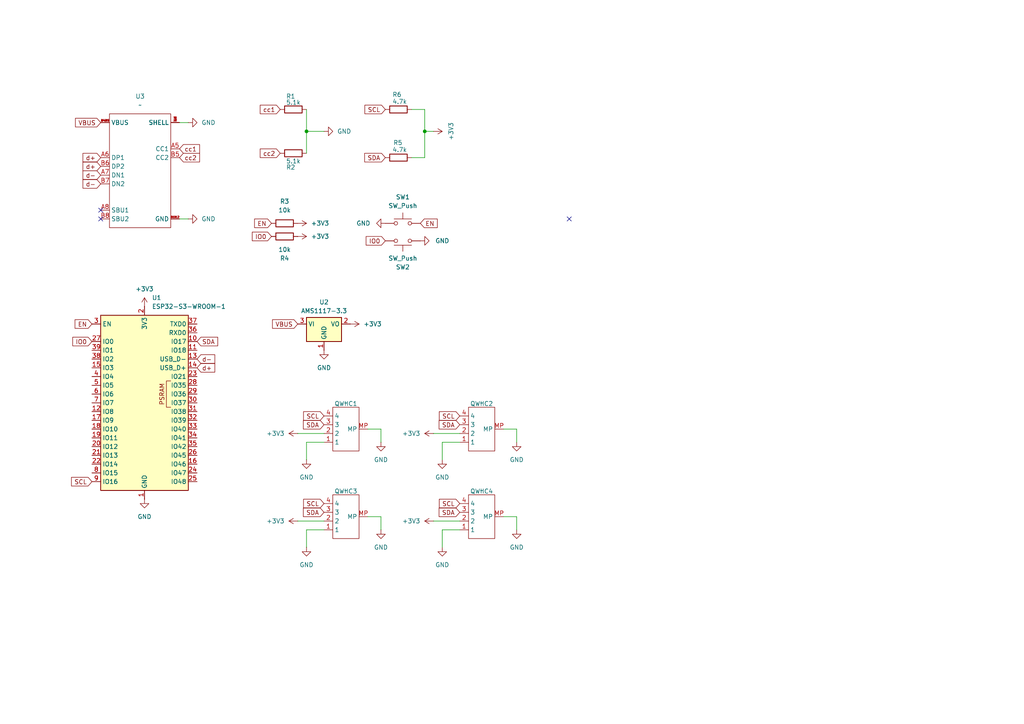
<source format=kicad_sch>
(kicad_sch
	(version 20250114)
	(generator "eeschema")
	(generator_version "9.0")
	(uuid "29e326a5-09f7-435f-92ea-5ef76a411a5b")
	(paper "A4")
	(lib_symbols
		(symbol "Device:R"
			(pin_numbers
				(hide yes)
			)
			(pin_names
				(offset 0)
			)
			(exclude_from_sim no)
			(in_bom yes)
			(on_board yes)
			(property "Reference" "R"
				(at 2.032 0 90)
				(effects
					(font
						(size 1.27 1.27)
					)
				)
			)
			(property "Value" "R"
				(at 0 0 90)
				(effects
					(font
						(size 1.27 1.27)
					)
				)
			)
			(property "Footprint" ""
				(at -1.778 0 90)
				(effects
					(font
						(size 1.27 1.27)
					)
					(hide yes)
				)
			)
			(property "Datasheet" "~"
				(at 0 0 0)
				(effects
					(font
						(size 1.27 1.27)
					)
					(hide yes)
				)
			)
			(property "Description" "Resistor"
				(at 0 0 0)
				(effects
					(font
						(size 1.27 1.27)
					)
					(hide yes)
				)
			)
			(property "ki_keywords" "R res resistor"
				(at 0 0 0)
				(effects
					(font
						(size 1.27 1.27)
					)
					(hide yes)
				)
			)
			(property "ki_fp_filters" "R_*"
				(at 0 0 0)
				(effects
					(font
						(size 1.27 1.27)
					)
					(hide yes)
				)
			)
			(symbol "R_0_1"
				(rectangle
					(start -1.016 -2.54)
					(end 1.016 2.54)
					(stroke
						(width 0.254)
						(type default)
					)
					(fill
						(type none)
					)
				)
			)
			(symbol "R_1_1"
				(pin passive line
					(at 0 3.81 270)
					(length 1.27)
					(name "~"
						(effects
							(font
								(size 1.27 1.27)
							)
						)
					)
					(number "1"
						(effects
							(font
								(size 1.27 1.27)
							)
						)
					)
				)
				(pin passive line
					(at 0 -3.81 90)
					(length 1.27)
					(name "~"
						(effects
							(font
								(size 1.27 1.27)
							)
						)
					)
					(number "2"
						(effects
							(font
								(size 1.27 1.27)
							)
						)
					)
				)
			)
			(embedded_fonts no)
		)
		(symbol "RF_Module:ESP32-S3-WROOM-1"
			(exclude_from_sim no)
			(in_bom yes)
			(on_board yes)
			(property "Reference" "U"
				(at -12.7 26.67 0)
				(effects
					(font
						(size 1.27 1.27)
					)
				)
			)
			(property "Value" "ESP32-S3-WROOM-1"
				(at 12.7 26.67 0)
				(effects
					(font
						(size 1.27 1.27)
					)
				)
			)
			(property "Footprint" "RF_Module:ESP32-S3-WROOM-1"
				(at 0 2.54 0)
				(effects
					(font
						(size 1.27 1.27)
					)
					(hide yes)
				)
			)
			(property "Datasheet" "https://www.espressif.com/sites/default/files/documentation/esp32-s3-wroom-1_wroom-1u_datasheet_en.pdf"
				(at 0 0 0)
				(effects
					(font
						(size 1.27 1.27)
					)
					(hide yes)
				)
			)
			(property "Description" "RF Module, ESP32-S3 SoC, Wi-Fi 802.11b/g/n, Bluetooth, BLE, 32-bit, 3.3V, onboard antenna, SMD"
				(at 0 0 0)
				(effects
					(font
						(size 1.27 1.27)
					)
					(hide yes)
				)
			)
			(property "ki_keywords" "RF Radio BT ESP ESP32-S3 Espressif onboard PCB antenna"
				(at 0 0 0)
				(effects
					(font
						(size 1.27 1.27)
					)
					(hide yes)
				)
			)
			(property "ki_fp_filters" "ESP32?S3?WROOM?1*"
				(at 0 0 0)
				(effects
					(font
						(size 1.27 1.27)
					)
					(hide yes)
				)
			)
			(symbol "ESP32-S3-WROOM-1_0_0"
				(rectangle
					(start -12.7 25.4)
					(end 12.7 -25.4)
					(stroke
						(width 0.254)
						(type default)
					)
					(fill
						(type background)
					)
				)
				(text "PSRAM"
					(at 5.08 2.54 900)
					(effects
						(font
							(size 1.27 1.27)
						)
					)
				)
			)
			(symbol "ESP32-S3-WROOM-1_0_1"
				(polyline
					(pts
						(xy 7.62 -1.27) (xy 6.35 -1.27) (xy 6.35 6.35) (xy 7.62 6.35)
					)
					(stroke
						(width 0)
						(type default)
					)
					(fill
						(type none)
					)
				)
			)
			(symbol "ESP32-S3-WROOM-1_1_1"
				(pin input line
					(at -15.24 22.86 0)
					(length 2.54)
					(name "EN"
						(effects
							(font
								(size 1.27 1.27)
							)
						)
					)
					(number "3"
						(effects
							(font
								(size 1.27 1.27)
							)
						)
					)
				)
				(pin bidirectional line
					(at -15.24 17.78 0)
					(length 2.54)
					(name "IO0"
						(effects
							(font
								(size 1.27 1.27)
							)
						)
					)
					(number "27"
						(effects
							(font
								(size 1.27 1.27)
							)
						)
					)
				)
				(pin bidirectional line
					(at -15.24 15.24 0)
					(length 2.54)
					(name "IO1"
						(effects
							(font
								(size 1.27 1.27)
							)
						)
					)
					(number "39"
						(effects
							(font
								(size 1.27 1.27)
							)
						)
					)
				)
				(pin bidirectional line
					(at -15.24 12.7 0)
					(length 2.54)
					(name "IO2"
						(effects
							(font
								(size 1.27 1.27)
							)
						)
					)
					(number "38"
						(effects
							(font
								(size 1.27 1.27)
							)
						)
					)
				)
				(pin bidirectional line
					(at -15.24 10.16 0)
					(length 2.54)
					(name "IO3"
						(effects
							(font
								(size 1.27 1.27)
							)
						)
					)
					(number "15"
						(effects
							(font
								(size 1.27 1.27)
							)
						)
					)
				)
				(pin bidirectional line
					(at -15.24 7.62 0)
					(length 2.54)
					(name "IO4"
						(effects
							(font
								(size 1.27 1.27)
							)
						)
					)
					(number "4"
						(effects
							(font
								(size 1.27 1.27)
							)
						)
					)
				)
				(pin bidirectional line
					(at -15.24 5.08 0)
					(length 2.54)
					(name "IO5"
						(effects
							(font
								(size 1.27 1.27)
							)
						)
					)
					(number "5"
						(effects
							(font
								(size 1.27 1.27)
							)
						)
					)
				)
				(pin bidirectional line
					(at -15.24 2.54 0)
					(length 2.54)
					(name "IO6"
						(effects
							(font
								(size 1.27 1.27)
							)
						)
					)
					(number "6"
						(effects
							(font
								(size 1.27 1.27)
							)
						)
					)
				)
				(pin bidirectional line
					(at -15.24 0 0)
					(length 2.54)
					(name "IO7"
						(effects
							(font
								(size 1.27 1.27)
							)
						)
					)
					(number "7"
						(effects
							(font
								(size 1.27 1.27)
							)
						)
					)
				)
				(pin bidirectional line
					(at -15.24 -2.54 0)
					(length 2.54)
					(name "IO8"
						(effects
							(font
								(size 1.27 1.27)
							)
						)
					)
					(number "12"
						(effects
							(font
								(size 1.27 1.27)
							)
						)
					)
				)
				(pin bidirectional line
					(at -15.24 -5.08 0)
					(length 2.54)
					(name "IO9"
						(effects
							(font
								(size 1.27 1.27)
							)
						)
					)
					(number "17"
						(effects
							(font
								(size 1.27 1.27)
							)
						)
					)
				)
				(pin bidirectional line
					(at -15.24 -7.62 0)
					(length 2.54)
					(name "IO10"
						(effects
							(font
								(size 1.27 1.27)
							)
						)
					)
					(number "18"
						(effects
							(font
								(size 1.27 1.27)
							)
						)
					)
				)
				(pin bidirectional line
					(at -15.24 -10.16 0)
					(length 2.54)
					(name "IO11"
						(effects
							(font
								(size 1.27 1.27)
							)
						)
					)
					(number "19"
						(effects
							(font
								(size 1.27 1.27)
							)
						)
					)
				)
				(pin bidirectional line
					(at -15.24 -12.7 0)
					(length 2.54)
					(name "IO12"
						(effects
							(font
								(size 1.27 1.27)
							)
						)
					)
					(number "20"
						(effects
							(font
								(size 1.27 1.27)
							)
						)
					)
				)
				(pin bidirectional line
					(at -15.24 -15.24 0)
					(length 2.54)
					(name "IO13"
						(effects
							(font
								(size 1.27 1.27)
							)
						)
					)
					(number "21"
						(effects
							(font
								(size 1.27 1.27)
							)
						)
					)
				)
				(pin bidirectional line
					(at -15.24 -17.78 0)
					(length 2.54)
					(name "IO14"
						(effects
							(font
								(size 1.27 1.27)
							)
						)
					)
					(number "22"
						(effects
							(font
								(size 1.27 1.27)
							)
						)
					)
				)
				(pin bidirectional line
					(at -15.24 -20.32 0)
					(length 2.54)
					(name "IO15"
						(effects
							(font
								(size 1.27 1.27)
							)
						)
					)
					(number "8"
						(effects
							(font
								(size 1.27 1.27)
							)
						)
					)
				)
				(pin bidirectional line
					(at -15.24 -22.86 0)
					(length 2.54)
					(name "IO16"
						(effects
							(font
								(size 1.27 1.27)
							)
						)
					)
					(number "9"
						(effects
							(font
								(size 1.27 1.27)
							)
						)
					)
				)
				(pin power_in line
					(at 0 27.94 270)
					(length 2.54)
					(name "3V3"
						(effects
							(font
								(size 1.27 1.27)
							)
						)
					)
					(number "2"
						(effects
							(font
								(size 1.27 1.27)
							)
						)
					)
				)
				(pin power_in line
					(at 0 -27.94 90)
					(length 2.54)
					(name "GND"
						(effects
							(font
								(size 1.27 1.27)
							)
						)
					)
					(number "1"
						(effects
							(font
								(size 1.27 1.27)
							)
						)
					)
				)
				(pin passive line
					(at 0 -27.94 90)
					(length 2.54)
					(hide yes)
					(name "GND"
						(effects
							(font
								(size 1.27 1.27)
							)
						)
					)
					(number "40"
						(effects
							(font
								(size 1.27 1.27)
							)
						)
					)
				)
				(pin passive line
					(at 0 -27.94 90)
					(length 2.54)
					(hide yes)
					(name "GND"
						(effects
							(font
								(size 1.27 1.27)
							)
						)
					)
					(number "41"
						(effects
							(font
								(size 1.27 1.27)
							)
						)
					)
				)
				(pin bidirectional line
					(at 15.24 22.86 180)
					(length 2.54)
					(name "TXD0"
						(effects
							(font
								(size 1.27 1.27)
							)
						)
					)
					(number "37"
						(effects
							(font
								(size 1.27 1.27)
							)
						)
					)
				)
				(pin bidirectional line
					(at 15.24 20.32 180)
					(length 2.54)
					(name "RXD0"
						(effects
							(font
								(size 1.27 1.27)
							)
						)
					)
					(number "36"
						(effects
							(font
								(size 1.27 1.27)
							)
						)
					)
				)
				(pin bidirectional line
					(at 15.24 17.78 180)
					(length 2.54)
					(name "IO17"
						(effects
							(font
								(size 1.27 1.27)
							)
						)
					)
					(number "10"
						(effects
							(font
								(size 1.27 1.27)
							)
						)
					)
				)
				(pin bidirectional line
					(at 15.24 15.24 180)
					(length 2.54)
					(name "IO18"
						(effects
							(font
								(size 1.27 1.27)
							)
						)
					)
					(number "11"
						(effects
							(font
								(size 1.27 1.27)
							)
						)
					)
				)
				(pin bidirectional line
					(at 15.24 12.7 180)
					(length 2.54)
					(name "USB_D-"
						(effects
							(font
								(size 1.27 1.27)
							)
						)
					)
					(number "13"
						(effects
							(font
								(size 1.27 1.27)
							)
						)
					)
					(alternate "IO19" bidirectional line)
				)
				(pin bidirectional line
					(at 15.24 10.16 180)
					(length 2.54)
					(name "USB_D+"
						(effects
							(font
								(size 1.27 1.27)
							)
						)
					)
					(number "14"
						(effects
							(font
								(size 1.27 1.27)
							)
						)
					)
					(alternate "IO20" bidirectional line)
				)
				(pin bidirectional line
					(at 15.24 7.62 180)
					(length 2.54)
					(name "IO21"
						(effects
							(font
								(size 1.27 1.27)
							)
						)
					)
					(number "23"
						(effects
							(font
								(size 1.27 1.27)
							)
						)
					)
				)
				(pin bidirectional line
					(at 15.24 5.08 180)
					(length 2.54)
					(name "IO35"
						(effects
							(font
								(size 1.27 1.27)
							)
						)
					)
					(number "28"
						(effects
							(font
								(size 1.27 1.27)
							)
						)
					)
				)
				(pin bidirectional line
					(at 15.24 2.54 180)
					(length 2.54)
					(name "IO36"
						(effects
							(font
								(size 1.27 1.27)
							)
						)
					)
					(number "29"
						(effects
							(font
								(size 1.27 1.27)
							)
						)
					)
				)
				(pin bidirectional line
					(at 15.24 0 180)
					(length 2.54)
					(name "IO37"
						(effects
							(font
								(size 1.27 1.27)
							)
						)
					)
					(number "30"
						(effects
							(font
								(size 1.27 1.27)
							)
						)
					)
				)
				(pin bidirectional line
					(at 15.24 -2.54 180)
					(length 2.54)
					(name "IO38"
						(effects
							(font
								(size 1.27 1.27)
							)
						)
					)
					(number "31"
						(effects
							(font
								(size 1.27 1.27)
							)
						)
					)
				)
				(pin bidirectional line
					(at 15.24 -5.08 180)
					(length 2.54)
					(name "IO39"
						(effects
							(font
								(size 1.27 1.27)
							)
						)
					)
					(number "32"
						(effects
							(font
								(size 1.27 1.27)
							)
						)
					)
				)
				(pin bidirectional line
					(at 15.24 -7.62 180)
					(length 2.54)
					(name "IO40"
						(effects
							(font
								(size 1.27 1.27)
							)
						)
					)
					(number "33"
						(effects
							(font
								(size 1.27 1.27)
							)
						)
					)
				)
				(pin bidirectional line
					(at 15.24 -10.16 180)
					(length 2.54)
					(name "IO41"
						(effects
							(font
								(size 1.27 1.27)
							)
						)
					)
					(number "34"
						(effects
							(font
								(size 1.27 1.27)
							)
						)
					)
				)
				(pin bidirectional line
					(at 15.24 -12.7 180)
					(length 2.54)
					(name "IO42"
						(effects
							(font
								(size 1.27 1.27)
							)
						)
					)
					(number "35"
						(effects
							(font
								(size 1.27 1.27)
							)
						)
					)
				)
				(pin bidirectional line
					(at 15.24 -15.24 180)
					(length 2.54)
					(name "IO45"
						(effects
							(font
								(size 1.27 1.27)
							)
						)
					)
					(number "26"
						(effects
							(font
								(size 1.27 1.27)
							)
						)
					)
				)
				(pin bidirectional line
					(at 15.24 -17.78 180)
					(length 2.54)
					(name "IO46"
						(effects
							(font
								(size 1.27 1.27)
							)
						)
					)
					(number "16"
						(effects
							(font
								(size 1.27 1.27)
							)
						)
					)
				)
				(pin bidirectional line
					(at 15.24 -20.32 180)
					(length 2.54)
					(name "IO47"
						(effects
							(font
								(size 1.27 1.27)
							)
						)
					)
					(number "24"
						(effects
							(font
								(size 1.27 1.27)
							)
						)
					)
				)
				(pin bidirectional line
					(at 15.24 -22.86 180)
					(length 2.54)
					(name "IO48"
						(effects
							(font
								(size 1.27 1.27)
							)
						)
					)
					(number "25"
						(effects
							(font
								(size 1.27 1.27)
							)
						)
					)
				)
			)
			(embedded_fonts no)
		)
		(symbol "Regulator_Linear:AMS1117-3.3"
			(exclude_from_sim no)
			(in_bom yes)
			(on_board yes)
			(property "Reference" "U"
				(at -3.81 3.175 0)
				(effects
					(font
						(size 1.27 1.27)
					)
				)
			)
			(property "Value" "AMS1117-3.3"
				(at 0 3.175 0)
				(effects
					(font
						(size 1.27 1.27)
					)
					(justify left)
				)
			)
			(property "Footprint" "Package_TO_SOT_SMD:SOT-223-3_TabPin2"
				(at 0 5.08 0)
				(effects
					(font
						(size 1.27 1.27)
					)
					(hide yes)
				)
			)
			(property "Datasheet" "http://www.advanced-monolithic.com/pdf/ds1117.pdf"
				(at 2.54 -6.35 0)
				(effects
					(font
						(size 1.27 1.27)
					)
					(hide yes)
				)
			)
			(property "Description" "1A Low Dropout regulator, positive, 3.3V fixed output, SOT-223"
				(at 0 0 0)
				(effects
					(font
						(size 1.27 1.27)
					)
					(hide yes)
				)
			)
			(property "ki_keywords" "linear regulator ldo fixed positive"
				(at 0 0 0)
				(effects
					(font
						(size 1.27 1.27)
					)
					(hide yes)
				)
			)
			(property "ki_fp_filters" "SOT?223*TabPin2*"
				(at 0 0 0)
				(effects
					(font
						(size 1.27 1.27)
					)
					(hide yes)
				)
			)
			(symbol "AMS1117-3.3_0_1"
				(rectangle
					(start -5.08 -5.08)
					(end 5.08 1.905)
					(stroke
						(width 0.254)
						(type default)
					)
					(fill
						(type background)
					)
				)
			)
			(symbol "AMS1117-3.3_1_1"
				(pin power_in line
					(at -7.62 0 0)
					(length 2.54)
					(name "VI"
						(effects
							(font
								(size 1.27 1.27)
							)
						)
					)
					(number "3"
						(effects
							(font
								(size 1.27 1.27)
							)
						)
					)
				)
				(pin power_in line
					(at 0 -7.62 90)
					(length 2.54)
					(name "GND"
						(effects
							(font
								(size 1.27 1.27)
							)
						)
					)
					(number "1"
						(effects
							(font
								(size 1.27 1.27)
							)
						)
					)
				)
				(pin power_out line
					(at 7.62 0 180)
					(length 2.54)
					(name "VO"
						(effects
							(font
								(size 1.27 1.27)
							)
						)
					)
					(number "2"
						(effects
							(font
								(size 1.27 1.27)
							)
						)
					)
				)
			)
			(embedded_fonts no)
		)
		(symbol "SM04B-SRSS-TB:SM04B-SRSS-TB"
			(exclude_from_sim no)
			(in_bom yes)
			(on_board yes)
			(property "Reference" "U"
				(at 0 0 0)
				(effects
					(font
						(size 1.27 1.27)
					)
				)
			)
			(property "Value" ""
				(at 0 0 0)
				(effects
					(font
						(size 1.27 1.27)
					)
				)
			)
			(property "Footprint" ""
				(at 0 0 0)
				(effects
					(font
						(size 1.27 1.27)
					)
					(hide yes)
				)
			)
			(property "Datasheet" ""
				(at 0 0 0)
				(effects
					(font
						(size 1.27 1.27)
					)
					(hide yes)
				)
			)
			(property "Description" ""
				(at 0 0 0)
				(effects
					(font
						(size 1.27 1.27)
					)
					(hide yes)
				)
			)
			(symbol "SM04B-SRSS-TB_0_1"
				(rectangle
					(start -3.81 -1.27)
					(end 3.81 -13.97)
					(stroke
						(width 0)
						(type default)
					)
					(fill
						(type none)
					)
				)
			)
			(symbol "SM04B-SRSS-TB_1_1"
				(pin input line
					(at -6.35 -3.81 0)
					(length 2.54)
					(name "4"
						(effects
							(font
								(size 1.27 1.27)
							)
						)
					)
					(number "4"
						(effects
							(font
								(size 1.27 1.27)
							)
						)
					)
				)
				(pin input line
					(at -6.35 -6.35 0)
					(length 2.54)
					(name "3"
						(effects
							(font
								(size 1.27 1.27)
							)
						)
					)
					(number "3"
						(effects
							(font
								(size 1.27 1.27)
							)
						)
					)
				)
				(pin input line
					(at -6.35 -8.89 0)
					(length 2.54)
					(name "2"
						(effects
							(font
								(size 1.27 1.27)
							)
						)
					)
					(number "2"
						(effects
							(font
								(size 1.27 1.27)
							)
						)
					)
				)
				(pin input line
					(at -6.35 -11.43 0)
					(length 2.54)
					(name "1"
						(effects
							(font
								(size 1.27 1.27)
							)
						)
					)
					(number "1"
						(effects
							(font
								(size 1.27 1.27)
							)
						)
					)
				)
				(pin input line
					(at 6.35 -7.62 180)
					(length 2.54)
					(name "MP"
						(effects
							(font
								(size 1.27 1.27)
							)
						)
					)
					(number "MP"
						(effects
							(font
								(size 1.27 1.27)
							)
						)
					)
				)
			)
			(embedded_fonts no)
		)
		(symbol "Switch:SW_Push"
			(pin_numbers
				(hide yes)
			)
			(pin_names
				(offset 1.016)
				(hide yes)
			)
			(exclude_from_sim no)
			(in_bom yes)
			(on_board yes)
			(property "Reference" "SW"
				(at 1.27 2.54 0)
				(effects
					(font
						(size 1.27 1.27)
					)
					(justify left)
				)
			)
			(property "Value" "SW_Push"
				(at 0 -1.524 0)
				(effects
					(font
						(size 1.27 1.27)
					)
				)
			)
			(property "Footprint" ""
				(at 0 5.08 0)
				(effects
					(font
						(size 1.27 1.27)
					)
					(hide yes)
				)
			)
			(property "Datasheet" "~"
				(at 0 5.08 0)
				(effects
					(font
						(size 1.27 1.27)
					)
					(hide yes)
				)
			)
			(property "Description" "Push button switch, generic, two pins"
				(at 0 0 0)
				(effects
					(font
						(size 1.27 1.27)
					)
					(hide yes)
				)
			)
			(property "ki_keywords" "switch normally-open pushbutton push-button"
				(at 0 0 0)
				(effects
					(font
						(size 1.27 1.27)
					)
					(hide yes)
				)
			)
			(symbol "SW_Push_0_1"
				(circle
					(center -2.032 0)
					(radius 0.508)
					(stroke
						(width 0)
						(type default)
					)
					(fill
						(type none)
					)
				)
				(polyline
					(pts
						(xy 0 1.27) (xy 0 3.048)
					)
					(stroke
						(width 0)
						(type default)
					)
					(fill
						(type none)
					)
				)
				(circle
					(center 2.032 0)
					(radius 0.508)
					(stroke
						(width 0)
						(type default)
					)
					(fill
						(type none)
					)
				)
				(polyline
					(pts
						(xy 2.54 1.27) (xy -2.54 1.27)
					)
					(stroke
						(width 0)
						(type default)
					)
					(fill
						(type none)
					)
				)
				(pin passive line
					(at -5.08 0 0)
					(length 2.54)
					(name "1"
						(effects
							(font
								(size 1.27 1.27)
							)
						)
					)
					(number "1"
						(effects
							(font
								(size 1.27 1.27)
							)
						)
					)
				)
				(pin passive line
					(at 5.08 0 180)
					(length 2.54)
					(name "2"
						(effects
							(font
								(size 1.27 1.27)
							)
						)
					)
					(number "2"
						(effects
							(font
								(size 1.27 1.27)
							)
						)
					)
				)
			)
			(embedded_fonts no)
		)
		(symbol "power:+3V3"
			(power)
			(pin_numbers
				(hide yes)
			)
			(pin_names
				(offset 0)
				(hide yes)
			)
			(exclude_from_sim no)
			(in_bom yes)
			(on_board yes)
			(property "Reference" "#PWR"
				(at 0 -3.81 0)
				(effects
					(font
						(size 1.27 1.27)
					)
					(hide yes)
				)
			)
			(property "Value" "+3V3"
				(at 0 3.556 0)
				(effects
					(font
						(size 1.27 1.27)
					)
				)
			)
			(property "Footprint" ""
				(at 0 0 0)
				(effects
					(font
						(size 1.27 1.27)
					)
					(hide yes)
				)
			)
			(property "Datasheet" ""
				(at 0 0 0)
				(effects
					(font
						(size 1.27 1.27)
					)
					(hide yes)
				)
			)
			(property "Description" "Power symbol creates a global label with name \"+3V3\""
				(at 0 0 0)
				(effects
					(font
						(size 1.27 1.27)
					)
					(hide yes)
				)
			)
			(property "ki_keywords" "global power"
				(at 0 0 0)
				(effects
					(font
						(size 1.27 1.27)
					)
					(hide yes)
				)
			)
			(symbol "+3V3_0_1"
				(polyline
					(pts
						(xy -0.762 1.27) (xy 0 2.54)
					)
					(stroke
						(width 0)
						(type default)
					)
					(fill
						(type none)
					)
				)
				(polyline
					(pts
						(xy 0 2.54) (xy 0.762 1.27)
					)
					(stroke
						(width 0)
						(type default)
					)
					(fill
						(type none)
					)
				)
				(polyline
					(pts
						(xy 0 0) (xy 0 2.54)
					)
					(stroke
						(width 0)
						(type default)
					)
					(fill
						(type none)
					)
				)
			)
			(symbol "+3V3_1_1"
				(pin power_in line
					(at 0 0 90)
					(length 0)
					(name "~"
						(effects
							(font
								(size 1.27 1.27)
							)
						)
					)
					(number "1"
						(effects
							(font
								(size 1.27 1.27)
							)
						)
					)
				)
			)
			(embedded_fonts no)
		)
		(symbol "power:GND"
			(power)
			(pin_numbers
				(hide yes)
			)
			(pin_names
				(offset 0)
				(hide yes)
			)
			(exclude_from_sim no)
			(in_bom yes)
			(on_board yes)
			(property "Reference" "#PWR"
				(at 0 -6.35 0)
				(effects
					(font
						(size 1.27 1.27)
					)
					(hide yes)
				)
			)
			(property "Value" "GND"
				(at 0 -3.81 0)
				(effects
					(font
						(size 1.27 1.27)
					)
				)
			)
			(property "Footprint" ""
				(at 0 0 0)
				(effects
					(font
						(size 1.27 1.27)
					)
					(hide yes)
				)
			)
			(property "Datasheet" ""
				(at 0 0 0)
				(effects
					(font
						(size 1.27 1.27)
					)
					(hide yes)
				)
			)
			(property "Description" "Power symbol creates a global label with name \"GND\" , ground"
				(at 0 0 0)
				(effects
					(font
						(size 1.27 1.27)
					)
					(hide yes)
				)
			)
			(property "ki_keywords" "global power"
				(at 0 0 0)
				(effects
					(font
						(size 1.27 1.27)
					)
					(hide yes)
				)
			)
			(symbol "GND_0_1"
				(polyline
					(pts
						(xy 0 0) (xy 0 -1.27) (xy 1.27 -1.27) (xy 0 -2.54) (xy -1.27 -1.27) (xy 0 -1.27)
					)
					(stroke
						(width 0)
						(type default)
					)
					(fill
						(type none)
					)
				)
			)
			(symbol "GND_1_1"
				(pin power_in line
					(at 0 0 270)
					(length 0)
					(name "~"
						(effects
							(font
								(size 1.27 1.27)
							)
						)
					)
					(number "1"
						(effects
							(font
								(size 1.27 1.27)
							)
						)
					)
				)
			)
			(embedded_fonts no)
		)
		(symbol "usbC:GT-USB-7010ASV"
			(exclude_from_sim no)
			(in_bom yes)
			(on_board yes)
			(property "Reference" "U"
				(at 0 0 0)
				(effects
					(font
						(size 1.27 1.27)
					)
				)
			)
			(property "Value" ""
				(at 0 0 0)
				(effects
					(font
						(size 1.27 1.27)
					)
				)
			)
			(property "Footprint" "ProLib_pcs_2025-08-16:USB-C-SMD_G-SWITCH_GT-USB-7010ASV"
				(at 1.016 -18.796 0)
				(effects
					(font
						(size 1.27 1.27)
					)
					(hide yes)
				)
			)
			(property "Datasheet" "https://atta.szlcsc.com/upload/public/pdf/source/20230327/DF227B64686AC8FA0AD1775797F2C3F1.pdf"
				(at 1.016 -18.796 0)
				(effects
					(font
						(size 1.27 1.27)
					)
					(hide yes)
				)
			)
			(property "Description" "Connector Type:Type-C Standard:USB 2.0 Gender:Female Mounting Style:Horizontal attachment Number of Contacts:16P Number of Ports:1 Current Rating - Power (Max):3A Rated Voltage (Max):24V Connect-Disconnect Life:10,000 times Center Height:1.68mm Length:7.3"
				(at 1.016 -18.796 0)
				(effects
					(font
						(size 1.27 1.27)
					)
					(hide yes)
				)
			)
			(property "Manufacturer Part" "GT-USB-7010ASV"
				(at 1.016 -18.796 0)
				(effects
					(font
						(size 1.27 1.27)
					)
					(hide yes)
				)
			)
			(property "Manufacturer" "G-Switch(品赞)"
				(at 1.016 -18.796 0)
				(effects
					(font
						(size 1.27 1.27)
					)
					(hide yes)
				)
			)
			(property "Supplier Part" "C2988369"
				(at 1.016 -18.796 0)
				(effects
					(font
						(size 1.27 1.27)
					)
					(hide yes)
				)
			)
			(property "Supplier" "LCSC"
				(at 1.016 -18.796 0)
				(effects
					(font
						(size 1.27 1.27)
					)
					(hide yes)
				)
			)
			(property "LCSC Part Name" "Type-C 母 卧贴"
				(at 1.016 -18.796 0)
				(effects
					(font
						(size 1.27 1.27)
					)
					(hide yes)
				)
			)
			(symbol "GT-USB-7010ASV_1_0"
				(rectangle
					(start -10.16 17.78)
					(end 7.62 -15.24)
					(stroke
						(width 0)
						(type default)
					)
					(fill
						(type none)
					)
				)
				(pin unspecified line
					(at -12.7 15.24 0)
					(length 2.54)
					(name "VBUS"
						(effects
							(font
								(size 1.27 1.27)
							)
						)
					)
					(number "A4B9"
						(effects
							(font
								(size 0.635 0.635)
							)
						)
					)
				)
				(pin unspecified line
					(at -12.7 15.24 0)
					(length 2.54)
					(name "VBUS"
						(effects
							(font
								(size 1.27 1.27)
							)
						)
					)
					(number "B4A9"
						(effects
							(font
								(size 0.635 0.635)
							)
						)
					)
				)
				(pin unspecified line
					(at -12.7 5.08 0)
					(length 2.54)
					(name "DP1"
						(effects
							(font
								(size 1.27 1.27)
							)
						)
					)
					(number "A6"
						(effects
							(font
								(size 1.27 1.27)
							)
						)
					)
				)
				(pin unspecified line
					(at -12.7 2.54 0)
					(length 2.54)
					(name "DP2"
						(effects
							(font
								(size 1.27 1.27)
							)
						)
					)
					(number "B6"
						(effects
							(font
								(size 1.27 1.27)
							)
						)
					)
				)
				(pin unspecified line
					(at -12.7 0 0)
					(length 2.54)
					(name "DN1"
						(effects
							(font
								(size 1.27 1.27)
							)
						)
					)
					(number "A7"
						(effects
							(font
								(size 1.27 1.27)
							)
						)
					)
				)
				(pin unspecified line
					(at -12.7 -2.54 0)
					(length 2.54)
					(name "DN2"
						(effects
							(font
								(size 1.27 1.27)
							)
						)
					)
					(number "B7"
						(effects
							(font
								(size 1.27 1.27)
							)
						)
					)
				)
				(pin unspecified line
					(at -12.7 -10.16 0)
					(length 2.54)
					(name "SBU1"
						(effects
							(font
								(size 1.27 1.27)
							)
						)
					)
					(number "A8"
						(effects
							(font
								(size 1.27 1.27)
							)
						)
					)
				)
				(pin unspecified line
					(at -12.7 -12.7 0)
					(length 2.54)
					(name "SBU2"
						(effects
							(font
								(size 1.27 1.27)
							)
						)
					)
					(number "B8"
						(effects
							(font
								(size 1.27 1.27)
							)
						)
					)
				)
				(pin unspecified line
					(at 10.16 15.24 180)
					(length 2.54)
					(name "SHELL"
						(effects
							(font
								(size 1.27 1.27)
							)
						)
					)
					(number "1"
						(effects
							(font
								(size 1.27 1.27)
							)
						)
					)
				)
				(pin unspecified line
					(at 10.16 15.24 180)
					(length 2.54)
					(name "SHELL"
						(effects
							(font
								(size 1.27 1.27)
							)
						)
					)
					(number "2"
						(effects
							(font
								(size 1.27 1.27)
							)
						)
					)
				)
				(pin unspecified line
					(at 10.16 15.24 180)
					(length 2.54)
					(name "SHELL"
						(effects
							(font
								(size 1.27 1.27)
							)
						)
					)
					(number "3"
						(effects
							(font
								(size 1.27 1.27)
							)
						)
					)
				)
				(pin unspecified line
					(at 10.16 15.24 180)
					(length 2.54)
					(name "SHELL"
						(effects
							(font
								(size 1.27 1.27)
							)
						)
					)
					(number "4"
						(effects
							(font
								(size 1.27 1.27)
							)
						)
					)
				)
				(pin unspecified line
					(at 10.16 7.62 180)
					(length 2.54)
					(name "CC1"
						(effects
							(font
								(size 1.27 1.27)
							)
						)
					)
					(number "A5"
						(effects
							(font
								(size 1.27 1.27)
							)
						)
					)
				)
				(pin unspecified line
					(at 10.16 5.08 180)
					(length 2.54)
					(name "CC2"
						(effects
							(font
								(size 1.27 1.27)
							)
						)
					)
					(number "B5"
						(effects
							(font
								(size 1.27 1.27)
							)
						)
					)
				)
				(pin unspecified line
					(at 10.16 -12.7 180)
					(length 2.54)
					(name "GND"
						(effects
							(font
								(size 1.27 1.27)
							)
						)
					)
					(number "A1B12"
						(effects
							(font
								(size 0.508 0.508)
							)
						)
					)
				)
				(pin unspecified line
					(at 10.16 -12.7 180)
					(length 2.54)
					(name "GND"
						(effects
							(font
								(size 1.27 1.27)
							)
						)
					)
					(number "B1A12"
						(effects
							(font
								(size 0.508 0.508)
							)
						)
					)
				)
			)
			(embedded_fonts no)
		)
	)
	(junction
		(at 88.9 38.1)
		(diameter 0)
		(color 0 0 0 0)
		(uuid "7c1afaae-5fc0-48d3-95fa-42471894af82")
	)
	(junction
		(at 123.19 38.1)
		(diameter 0)
		(color 0 0 0 0)
		(uuid "c80813de-ba25-47ce-9fe1-460c032da744")
	)
	(no_connect
		(at 165.1 63.5)
		(uuid "48621c5e-7734-477c-a50d-fedfc9fecc03")
	)
	(no_connect
		(at 29.21 63.5)
		(uuid "b63179e9-60df-4bae-bf39-810778aea464")
	)
	(no_connect
		(at 29.21 60.96)
		(uuid "f6f0ddd2-4da5-435f-ad4f-b8768aec968e")
	)
	(wire
		(pts
			(xy 110.49 124.46) (xy 106.68 124.46)
		)
		(stroke
			(width 0)
			(type default)
		)
		(uuid "058a2286-d8ea-434e-a191-01a75a72bd58")
	)
	(wire
		(pts
			(xy 88.9 158.75) (xy 88.9 153.67)
		)
		(stroke
			(width 0)
			(type default)
		)
		(uuid "0be0407d-d532-42ef-a147-f2f6898b8b6e")
	)
	(wire
		(pts
			(xy 86.36 125.73) (xy 93.98 125.73)
		)
		(stroke
			(width 0)
			(type default)
		)
		(uuid "14b66d65-1110-49c6-b82c-009f439bcf53")
	)
	(wire
		(pts
			(xy 110.49 128.27) (xy 110.49 124.46)
		)
		(stroke
			(width 0)
			(type default)
		)
		(uuid "1644a91e-1994-4bf0-ad3c-8bd0c2f22f22")
	)
	(wire
		(pts
			(xy 119.38 45.72) (xy 123.19 45.72)
		)
		(stroke
			(width 0)
			(type default)
		)
		(uuid "18ef76e2-cf94-4ab7-ae0c-2ae2b7b4ba9a")
	)
	(wire
		(pts
			(xy 149.86 124.46) (xy 146.05 124.46)
		)
		(stroke
			(width 0)
			(type default)
		)
		(uuid "3356ac5d-dcef-4139-8535-e4dbd16dfaea")
	)
	(wire
		(pts
			(xy 88.9 153.67) (xy 93.98 153.67)
		)
		(stroke
			(width 0)
			(type default)
		)
		(uuid "390c68cb-1cdb-4f43-adb1-83505f25a791")
	)
	(wire
		(pts
			(xy 88.9 128.27) (xy 93.98 128.27)
		)
		(stroke
			(width 0)
			(type default)
		)
		(uuid "4c01b08a-e9ee-461d-97d2-53302b73b09a")
	)
	(wire
		(pts
			(xy 88.9 31.75) (xy 88.9 38.1)
		)
		(stroke
			(width 0)
			(type default)
		)
		(uuid "66f8e2fe-edaf-4224-b93a-d48f23d94b34")
	)
	(wire
		(pts
			(xy 52.07 63.5) (xy 54.61 63.5)
		)
		(stroke
			(width 0)
			(type default)
		)
		(uuid "67e2e094-131f-4166-bbdf-79351ce8e615")
	)
	(wire
		(pts
			(xy 123.19 31.75) (xy 119.38 31.75)
		)
		(stroke
			(width 0)
			(type default)
		)
		(uuid "78ac0998-d033-43cf-b11c-85f675a3643e")
	)
	(wire
		(pts
			(xy 110.49 153.67) (xy 110.49 149.86)
		)
		(stroke
			(width 0)
			(type default)
		)
		(uuid "7aadd7ed-e332-4e17-8b2e-75c23e464a3a")
	)
	(wire
		(pts
			(xy 110.49 149.86) (xy 106.68 149.86)
		)
		(stroke
			(width 0)
			(type default)
		)
		(uuid "8157fe6e-4e80-4e19-8ac6-5c0262e2d0e6")
	)
	(wire
		(pts
			(xy 149.86 149.86) (xy 146.05 149.86)
		)
		(stroke
			(width 0)
			(type default)
		)
		(uuid "849457c8-9fc1-4be0-a572-47712b95bbb9")
	)
	(wire
		(pts
			(xy 123.19 45.72) (xy 123.19 38.1)
		)
		(stroke
			(width 0)
			(type default)
		)
		(uuid "84f8ff9b-9388-4c20-aa18-fef4104361b3")
	)
	(wire
		(pts
			(xy 52.07 35.56) (xy 54.61 35.56)
		)
		(stroke
			(width 0)
			(type default)
		)
		(uuid "8a71ee7a-2581-42c0-8051-8c338b7c8e0a")
	)
	(wire
		(pts
			(xy 128.27 133.35) (xy 128.27 128.27)
		)
		(stroke
			(width 0)
			(type default)
		)
		(uuid "8c335bd7-e1ab-4c89-b0b9-96970cf72381")
	)
	(wire
		(pts
			(xy 125.73 125.73) (xy 133.35 125.73)
		)
		(stroke
			(width 0)
			(type default)
		)
		(uuid "8e73334d-7649-46c4-bdee-49c120c27595")
	)
	(wire
		(pts
			(xy 128.27 128.27) (xy 133.35 128.27)
		)
		(stroke
			(width 0)
			(type default)
		)
		(uuid "99613c58-08c5-4e00-b8c4-a26e24beb87e")
	)
	(wire
		(pts
			(xy 123.19 38.1) (xy 123.19 31.75)
		)
		(stroke
			(width 0)
			(type default)
		)
		(uuid "af49c931-2d52-464d-93f1-e0e1311aa521")
	)
	(wire
		(pts
			(xy 86.36 151.13) (xy 93.98 151.13)
		)
		(stroke
			(width 0)
			(type default)
		)
		(uuid "b2ba6b35-f92b-4378-8f38-42beda39ff2a")
	)
	(wire
		(pts
			(xy 128.27 158.75) (xy 128.27 153.67)
		)
		(stroke
			(width 0)
			(type default)
		)
		(uuid "bfcd876d-88c6-4d41-a37f-90c339a33dd2")
	)
	(wire
		(pts
			(xy 125.73 151.13) (xy 133.35 151.13)
		)
		(stroke
			(width 0)
			(type default)
		)
		(uuid "c72b4a2d-90ec-40d5-ba2f-1a470a5ecc97")
	)
	(wire
		(pts
			(xy 149.86 153.67) (xy 149.86 149.86)
		)
		(stroke
			(width 0)
			(type default)
		)
		(uuid "c9b9c6ea-5a33-4183-a770-6871d290f85d")
	)
	(wire
		(pts
			(xy 149.86 128.27) (xy 149.86 124.46)
		)
		(stroke
			(width 0)
			(type default)
		)
		(uuid "cc115210-4216-4295-9e77-15c8c39ab44f")
	)
	(wire
		(pts
			(xy 88.9 38.1) (xy 88.9 44.45)
		)
		(stroke
			(width 0)
			(type default)
		)
		(uuid "de61c34b-a16b-4312-95f4-9f89619742c5")
	)
	(wire
		(pts
			(xy 128.27 153.67) (xy 133.35 153.67)
		)
		(stroke
			(width 0)
			(type default)
		)
		(uuid "e4a230be-8914-4500-b13c-04b01697d75d")
	)
	(wire
		(pts
			(xy 88.9 133.35) (xy 88.9 128.27)
		)
		(stroke
			(width 0)
			(type default)
		)
		(uuid "e97dfa07-ca08-4787-b2eb-aed6b369b8be")
	)
	(wire
		(pts
			(xy 88.9 38.1) (xy 93.98 38.1)
		)
		(stroke
			(width 0)
			(type default)
		)
		(uuid "eacb2e00-ab20-4e2c-a269-cad121c8ba94")
	)
	(wire
		(pts
			(xy 125.73 38.1) (xy 123.19 38.1)
		)
		(stroke
			(width 0)
			(type default)
		)
		(uuid "fcb0c103-0028-4cad-99e4-d74b99197328")
	)
	(global_label "VBUS"
		(shape input)
		(at 86.36 93.98 180)
		(fields_autoplaced yes)
		(effects
			(font
				(size 1.27 1.27)
			)
			(justify right)
		)
		(uuid "121bf455-ad9a-4e9c-92de-5fa5723f5d7e")
		(property "Intersheetrefs" "${INTERSHEET_REFS}"
			(at 78.4762 93.98 0)
			(effects
				(font
					(size 1.27 1.27)
				)
				(justify right)
				(hide yes)
			)
		)
	)
	(global_label "d-"
		(shape input)
		(at 57.15 104.14 0)
		(fields_autoplaced yes)
		(effects
			(font
				(size 1.27 1.27)
			)
			(justify left)
		)
		(uuid "1a16f672-f8d9-4d66-a948-3fce3ea534da")
		(property "Intersheetrefs" "${INTERSHEET_REFS}"
			(at 62.8566 104.14 0)
			(effects
				(font
					(size 1.27 1.27)
				)
				(justify left)
				(hide yes)
			)
		)
	)
	(global_label "SDA"
		(shape input)
		(at 111.76 45.72 180)
		(fields_autoplaced yes)
		(effects
			(font
				(size 1.27 1.27)
			)
			(justify right)
		)
		(uuid "1f900007-12b6-4a96-828a-8c95ee0e9b92")
		(property "Intersheetrefs" "${INTERSHEET_REFS}"
			(at 105.2067 45.72 0)
			(effects
				(font
					(size 1.27 1.27)
				)
				(justify right)
				(hide yes)
			)
		)
	)
	(global_label "VBUS"
		(shape input)
		(at 29.21 35.56 180)
		(fields_autoplaced yes)
		(effects
			(font
				(size 1.27 1.27)
			)
			(justify right)
		)
		(uuid "262f12a1-b8eb-4997-88b1-b0608a331bba")
		(property "Intersheetrefs" "${INTERSHEET_REFS}"
			(at 21.3262 35.56 0)
			(effects
				(font
					(size 1.27 1.27)
				)
				(justify right)
				(hide yes)
			)
		)
	)
	(global_label "d+"
		(shape input)
		(at 57.15 106.68 0)
		(fields_autoplaced yes)
		(effects
			(font
				(size 1.27 1.27)
			)
			(justify left)
		)
		(uuid "2d2cded2-6842-447b-adad-d4936ed60aeb")
		(property "Intersheetrefs" "${INTERSHEET_REFS}"
			(at 62.8566 106.68 0)
			(effects
				(font
					(size 1.27 1.27)
				)
				(justify left)
				(hide yes)
			)
		)
	)
	(global_label "SDA"
		(shape input)
		(at 133.35 123.19 180)
		(fields_autoplaced yes)
		(effects
			(font
				(size 1.27 1.27)
			)
			(justify right)
		)
		(uuid "2f717e56-add0-484e-973a-c75f86004f44")
		(property "Intersheetrefs" "${INTERSHEET_REFS}"
			(at 126.7967 123.19 0)
			(effects
				(font
					(size 1.27 1.27)
				)
				(justify right)
				(hide yes)
			)
		)
	)
	(global_label "d+"
		(shape input)
		(at 29.21 48.26 180)
		(fields_autoplaced yes)
		(effects
			(font
				(size 1.27 1.27)
			)
			(justify right)
		)
		(uuid "500d9002-ca7a-4330-b614-10be75ca88b9")
		(property "Intersheetrefs" "${INTERSHEET_REFS}"
			(at 23.5034 48.26 0)
			(effects
				(font
					(size 1.27 1.27)
				)
				(justify right)
				(hide yes)
			)
		)
	)
	(global_label "SDA"
		(shape input)
		(at 93.98 148.59 180)
		(fields_autoplaced yes)
		(effects
			(font
				(size 1.27 1.27)
			)
			(justify right)
		)
		(uuid "5059ea03-9439-4737-b9d6-b0ce170e5e9f")
		(property "Intersheetrefs" "${INTERSHEET_REFS}"
			(at 87.4267 148.59 0)
			(effects
				(font
					(size 1.27 1.27)
				)
				(justify right)
				(hide yes)
			)
		)
	)
	(global_label "EN"
		(shape input)
		(at 78.74 64.77 180)
		(fields_autoplaced yes)
		(effects
			(font
				(size 1.27 1.27)
			)
			(justify right)
		)
		(uuid "5f589fc3-6869-409c-9ccb-492c6aac2eef")
		(property "Intersheetrefs" "${INTERSHEET_REFS}"
			(at 73.2753 64.77 0)
			(effects
				(font
					(size 1.27 1.27)
				)
				(justify right)
				(hide yes)
			)
		)
	)
	(global_label "EN"
		(shape input)
		(at 121.92 64.77 0)
		(fields_autoplaced yes)
		(effects
			(font
				(size 1.27 1.27)
			)
			(justify left)
		)
		(uuid "6b398d22-20e7-4b03-b548-d9f97f56b00c")
		(property "Intersheetrefs" "${INTERSHEET_REFS}"
			(at 127.3847 64.77 0)
			(effects
				(font
					(size 1.27 1.27)
				)
				(justify left)
				(hide yes)
			)
		)
	)
	(global_label "cc1"
		(shape input)
		(at 52.07 43.18 0)
		(fields_autoplaced yes)
		(effects
			(font
				(size 1.27 1.27)
			)
			(justify left)
		)
		(uuid "6d58506d-cf73-42a5-8e2e-0ae1eb5fce7b")
		(property "Intersheetrefs" "${INTERSHEET_REFS}"
			(at 58.4419 43.18 0)
			(effects
				(font
					(size 1.27 1.27)
				)
				(justify left)
				(hide yes)
			)
		)
	)
	(global_label "IO0"
		(shape input)
		(at 26.67 99.06 180)
		(fields_autoplaced yes)
		(effects
			(font
				(size 1.27 1.27)
			)
			(justify right)
		)
		(uuid "6df2b49c-ca94-460a-bc15-4eff9218dbc7")
		(property "Intersheetrefs" "${INTERSHEET_REFS}"
			(at 20.54 99.06 0)
			(effects
				(font
					(size 1.27 1.27)
				)
				(justify right)
				(hide yes)
			)
		)
	)
	(global_label "IO0"
		(shape input)
		(at 78.74 68.58 180)
		(fields_autoplaced yes)
		(effects
			(font
				(size 1.27 1.27)
			)
			(justify right)
		)
		(uuid "6ff5395a-c7cf-4758-b56c-f583df24a84a")
		(property "Intersheetrefs" "${INTERSHEET_REFS}"
			(at 72.61 68.58 0)
			(effects
				(font
					(size 1.27 1.27)
				)
				(justify right)
				(hide yes)
			)
		)
	)
	(global_label "SCL"
		(shape input)
		(at 93.98 120.65 180)
		(fields_autoplaced yes)
		(effects
			(font
				(size 1.27 1.27)
			)
			(justify right)
		)
		(uuid "72a4944e-ffe6-490f-bb8b-8e3fd26d534d")
		(property "Intersheetrefs" "${INTERSHEET_REFS}"
			(at 87.4872 120.65 0)
			(effects
				(font
					(size 1.27 1.27)
				)
				(justify right)
				(hide yes)
			)
		)
	)
	(global_label "SCL"
		(shape input)
		(at 133.35 120.65 180)
		(fields_autoplaced yes)
		(effects
			(font
				(size 1.27 1.27)
			)
			(justify right)
		)
		(uuid "745b0154-ebc8-4623-8d20-7570bce3495f")
		(property "Intersheetrefs" "${INTERSHEET_REFS}"
			(at 126.8572 120.65 0)
			(effects
				(font
					(size 1.27 1.27)
				)
				(justify right)
				(hide yes)
			)
		)
	)
	(global_label "cc2"
		(shape input)
		(at 52.07 45.72 0)
		(fields_autoplaced yes)
		(effects
			(font
				(size 1.27 1.27)
			)
			(justify left)
		)
		(uuid "7d2b56cb-f48c-40d4-941a-84544beef02a")
		(property "Intersheetrefs" "${INTERSHEET_REFS}"
			(at 58.4419 45.72 0)
			(effects
				(font
					(size 1.27 1.27)
				)
				(justify left)
				(hide yes)
			)
		)
	)
	(global_label "IO0"
		(shape input)
		(at 111.76 69.85 180)
		(fields_autoplaced yes)
		(effects
			(font
				(size 1.27 1.27)
			)
			(justify right)
		)
		(uuid "85c6b937-cf91-400d-badd-93689e09b53d")
		(property "Intersheetrefs" "${INTERSHEET_REFS}"
			(at 105.63 69.85 0)
			(effects
				(font
					(size 1.27 1.27)
				)
				(justify right)
				(hide yes)
			)
		)
	)
	(global_label "SCL"
		(shape input)
		(at 93.98 146.05 180)
		(fields_autoplaced yes)
		(effects
			(font
				(size 1.27 1.27)
			)
			(justify right)
		)
		(uuid "8736ef3f-d1fc-476f-998e-48ea11af62b4")
		(property "Intersheetrefs" "${INTERSHEET_REFS}"
			(at 87.4872 146.05 0)
			(effects
				(font
					(size 1.27 1.27)
				)
				(justify right)
				(hide yes)
			)
		)
	)
	(global_label "d-"
		(shape input)
		(at 29.21 53.34 180)
		(fields_autoplaced yes)
		(effects
			(font
				(size 1.27 1.27)
			)
			(justify right)
		)
		(uuid "8801a083-1c79-4190-a251-225fdde4c73a")
		(property "Intersheetrefs" "${INTERSHEET_REFS}"
			(at 23.5034 53.34 0)
			(effects
				(font
					(size 1.27 1.27)
				)
				(justify right)
				(hide yes)
			)
		)
	)
	(global_label "SCL"
		(shape input)
		(at 111.76 31.75 180)
		(fields_autoplaced yes)
		(effects
			(font
				(size 1.27 1.27)
			)
			(justify right)
		)
		(uuid "92c9bb67-9b34-4b61-802a-0a31be594bd6")
		(property "Intersheetrefs" "${INTERSHEET_REFS}"
			(at 105.2672 31.75 0)
			(effects
				(font
					(size 1.27 1.27)
				)
				(justify right)
				(hide yes)
			)
		)
	)
	(global_label "cc1"
		(shape input)
		(at 81.28 31.75 180)
		(fields_autoplaced yes)
		(effects
			(font
				(size 1.27 1.27)
			)
			(justify right)
		)
		(uuid "9989e821-ef9e-40ba-96b1-e060fde1be35")
		(property "Intersheetrefs" "${INTERSHEET_REFS}"
			(at 74.9081 31.75 0)
			(effects
				(font
					(size 1.27 1.27)
				)
				(justify right)
				(hide yes)
			)
		)
	)
	(global_label "d+"
		(shape input)
		(at 29.21 45.72 180)
		(fields_autoplaced yes)
		(effects
			(font
				(size 1.27 1.27)
			)
			(justify right)
		)
		(uuid "a369060d-f11d-4e02-8955-b2e1470369d0")
		(property "Intersheetrefs" "${INTERSHEET_REFS}"
			(at 23.5034 45.72 0)
			(effects
				(font
					(size 1.27 1.27)
				)
				(justify right)
				(hide yes)
			)
		)
	)
	(global_label "SDA"
		(shape input)
		(at 133.35 148.59 180)
		(fields_autoplaced yes)
		(effects
			(font
				(size 1.27 1.27)
			)
			(justify right)
		)
		(uuid "a6a66a7e-768d-42a6-b502-b0274cb1821d")
		(property "Intersheetrefs" "${INTERSHEET_REFS}"
			(at 126.7967 148.59 0)
			(effects
				(font
					(size 1.27 1.27)
				)
				(justify right)
				(hide yes)
			)
		)
	)
	(global_label "EN"
		(shape input)
		(at 26.67 93.98 180)
		(fields_autoplaced yes)
		(effects
			(font
				(size 1.27 1.27)
			)
			(justify right)
		)
		(uuid "b4a0fada-6efe-4cce-afdb-6542f310d4cf")
		(property "Intersheetrefs" "${INTERSHEET_REFS}"
			(at 21.2053 93.98 0)
			(effects
				(font
					(size 1.27 1.27)
				)
				(justify right)
				(hide yes)
			)
		)
	)
	(global_label "SCL"
		(shape input)
		(at 133.35 146.05 180)
		(fields_autoplaced yes)
		(effects
			(font
				(size 1.27 1.27)
			)
			(justify right)
		)
		(uuid "bc9df060-847a-40b3-9c02-4ab57b5da377")
		(property "Intersheetrefs" "${INTERSHEET_REFS}"
			(at 126.8572 146.05 0)
			(effects
				(font
					(size 1.27 1.27)
				)
				(justify right)
				(hide yes)
			)
		)
	)
	(global_label "SDA"
		(shape input)
		(at 57.15 99.06 0)
		(fields_autoplaced yes)
		(effects
			(font
				(size 1.27 1.27)
			)
			(justify left)
		)
		(uuid "cb881c4b-2bb4-4e38-8b40-763ea131a39a")
		(property "Intersheetrefs" "${INTERSHEET_REFS}"
			(at 63.7033 99.06 0)
			(effects
				(font
					(size 1.27 1.27)
				)
				(justify left)
				(hide yes)
			)
		)
	)
	(global_label "cc2"
		(shape input)
		(at 81.28 44.45 180)
		(fields_autoplaced yes)
		(effects
			(font
				(size 1.27 1.27)
			)
			(justify right)
		)
		(uuid "f1dcf608-b98d-484d-9033-dbba12d94f41")
		(property "Intersheetrefs" "${INTERSHEET_REFS}"
			(at 74.9081 44.45 0)
			(effects
				(font
					(size 1.27 1.27)
				)
				(justify right)
				(hide yes)
			)
		)
	)
	(global_label "SCL"
		(shape input)
		(at 26.67 139.7 180)
		(fields_autoplaced yes)
		(effects
			(font
				(size 1.27 1.27)
			)
			(justify right)
		)
		(uuid "f84268f9-9bae-4bfb-84d3-11377f49341b")
		(property "Intersheetrefs" "${INTERSHEET_REFS}"
			(at 20.1772 139.7 0)
			(effects
				(font
					(size 1.27 1.27)
				)
				(justify right)
				(hide yes)
			)
		)
	)
	(global_label "SDA"
		(shape input)
		(at 93.98 123.19 180)
		(fields_autoplaced yes)
		(effects
			(font
				(size 1.27 1.27)
			)
			(justify right)
		)
		(uuid "fc2ab8a8-586d-46b3-adb0-efd6d835bd64")
		(property "Intersheetrefs" "${INTERSHEET_REFS}"
			(at 87.4267 123.19 0)
			(effects
				(font
					(size 1.27 1.27)
				)
				(justify right)
				(hide yes)
			)
		)
	)
	(global_label "d-"
		(shape input)
		(at 29.21 50.8 180)
		(fields_autoplaced yes)
		(effects
			(font
				(size 1.27 1.27)
			)
			(justify right)
		)
		(uuid "ffae0dc6-5fce-4aea-8b11-2cce00258fd3")
		(property "Intersheetrefs" "${INTERSHEET_REFS}"
			(at 23.5034 50.8 0)
			(effects
				(font
					(size 1.27 1.27)
				)
				(justify right)
				(hide yes)
			)
		)
	)
	(symbol
		(lib_id "power:GND")
		(at 110.49 128.27 0)
		(unit 1)
		(exclude_from_sim no)
		(in_bom yes)
		(on_board yes)
		(dnp no)
		(fields_autoplaced yes)
		(uuid "00cba265-0acc-491a-b288-1812304e0322")
		(property "Reference" "#PWR021"
			(at 110.49 134.62 0)
			(effects
				(font
					(size 1.27 1.27)
				)
				(hide yes)
			)
		)
		(property "Value" "GND"
			(at 110.49 133.35 0)
			(effects
				(font
					(size 1.27 1.27)
				)
			)
		)
		(property "Footprint" ""
			(at 110.49 128.27 0)
			(effects
				(font
					(size 1.27 1.27)
				)
				(hide yes)
			)
		)
		(property "Datasheet" ""
			(at 110.49 128.27 0)
			(effects
				(font
					(size 1.27 1.27)
				)
				(hide yes)
			)
		)
		(property "Description" "Power symbol creates a global label with name \"GND\" , ground"
			(at 110.49 128.27 0)
			(effects
				(font
					(size 1.27 1.27)
				)
				(hide yes)
			)
		)
		(pin "1"
			(uuid "daf092ec-2326-47bd-bc6d-592aeac2fc79")
		)
		(instances
			(project "Main"
				(path "/29e326a5-09f7-435f-92ea-5ef76a411a5b"
					(reference "#PWR021")
					(unit 1)
				)
			)
		)
	)
	(symbol
		(lib_id "Device:R")
		(at 85.09 31.75 90)
		(unit 1)
		(exclude_from_sim no)
		(in_bom yes)
		(on_board yes)
		(dnp no)
		(uuid "02f6e4ba-c382-4943-8d7c-c78763075448")
		(property "Reference" "R1"
			(at 84.328 27.94 90)
			(effects
				(font
					(size 1.27 1.27)
				)
			)
		)
		(property "Value" "5.1k"
			(at 85.09 29.718 90)
			(effects
				(font
					(size 1.27 1.27)
				)
			)
		)
		(property "Footprint" "Resistor_SMD:R_0805_2012Metric"
			(at 85.09 33.528 90)
			(effects
				(font
					(size 1.27 1.27)
				)
				(hide yes)
			)
		)
		(property "Datasheet" "~"
			(at 85.09 31.75 0)
			(effects
				(font
					(size 1.27 1.27)
				)
				(hide yes)
			)
		)
		(property "Description" "Resistor"
			(at 85.09 31.75 0)
			(effects
				(font
					(size 1.27 1.27)
				)
				(hide yes)
			)
		)
		(pin "1"
			(uuid "9b333967-3cb7-4423-a33c-1446975aa0ed")
		)
		(pin "2"
			(uuid "e11ee131-1a07-49ec-a995-6812a93cc29c")
		)
		(instances
			(project ""
				(path "/29e326a5-09f7-435f-92ea-5ef76a411a5b"
					(reference "R1")
					(unit 1)
				)
			)
		)
	)
	(symbol
		(lib_id "Device:R")
		(at 82.55 68.58 90)
		(unit 1)
		(exclude_from_sim no)
		(in_bom yes)
		(on_board yes)
		(dnp no)
		(fields_autoplaced yes)
		(uuid "03ce1679-a334-49a2-9945-6004e08562a8")
		(property "Reference" "R4"
			(at 82.55 74.93 90)
			(effects
				(font
					(size 1.27 1.27)
				)
			)
		)
		(property "Value" "10k"
			(at 82.55 72.39 90)
			(effects
				(font
					(size 1.27 1.27)
				)
			)
		)
		(property "Footprint" "Resistor_SMD:R_0805_2012Metric"
			(at 82.55 70.358 90)
			(effects
				(font
					(size 1.27 1.27)
				)
				(hide yes)
			)
		)
		(property "Datasheet" "~"
			(at 82.55 68.58 0)
			(effects
				(font
					(size 1.27 1.27)
				)
				(hide yes)
			)
		)
		(property "Description" "Resistor"
			(at 82.55 68.58 0)
			(effects
				(font
					(size 1.27 1.27)
				)
				(hide yes)
			)
		)
		(pin "1"
			(uuid "22cf6bc5-c679-4b84-b9bb-276bcaeb4370")
		)
		(pin "2"
			(uuid "a1eb0e66-db65-47bc-b8c3-f55dca41bf6a")
		)
		(instances
			(project "Main"
				(path "/29e326a5-09f7-435f-92ea-5ef76a411a5b"
					(reference "R4")
					(unit 1)
				)
			)
		)
	)
	(symbol
		(lib_id "power:GND")
		(at 110.49 153.67 0)
		(unit 1)
		(exclude_from_sim no)
		(in_bom yes)
		(on_board yes)
		(dnp no)
		(fields_autoplaced yes)
		(uuid "06d65f1a-0fb3-4c85-92c5-b908b83e661a")
		(property "Reference" "#PWR029"
			(at 110.49 160.02 0)
			(effects
				(font
					(size 1.27 1.27)
				)
				(hide yes)
			)
		)
		(property "Value" "GND"
			(at 110.49 158.75 0)
			(effects
				(font
					(size 1.27 1.27)
				)
			)
		)
		(property "Footprint" ""
			(at 110.49 153.67 0)
			(effects
				(font
					(size 1.27 1.27)
				)
				(hide yes)
			)
		)
		(property "Datasheet" ""
			(at 110.49 153.67 0)
			(effects
				(font
					(size 1.27 1.27)
				)
				(hide yes)
			)
		)
		(property "Description" "Power symbol creates a global label with name \"GND\" , ground"
			(at 110.49 153.67 0)
			(effects
				(font
					(size 1.27 1.27)
				)
				(hide yes)
			)
		)
		(pin "1"
			(uuid "98a90f57-7637-44c0-8a07-8536cd6cdbbd")
		)
		(instances
			(project "Main"
				(path "/29e326a5-09f7-435f-92ea-5ef76a411a5b"
					(reference "#PWR029")
					(unit 1)
				)
			)
		)
	)
	(symbol
		(lib_id "power:+3V3")
		(at 86.36 125.73 90)
		(unit 1)
		(exclude_from_sim no)
		(in_bom yes)
		(on_board yes)
		(dnp no)
		(fields_autoplaced yes)
		(uuid "0f919b20-3f07-47b8-b4da-e2e14d374127")
		(property "Reference" "#PWR022"
			(at 90.17 125.73 0)
			(effects
				(font
					(size 1.27 1.27)
				)
				(hide yes)
			)
		)
		(property "Value" "+3V3"
			(at 82.55 125.7299 90)
			(effects
				(font
					(size 1.27 1.27)
				)
				(justify left)
			)
		)
		(property "Footprint" ""
			(at 86.36 125.73 0)
			(effects
				(font
					(size 1.27 1.27)
				)
				(hide yes)
			)
		)
		(property "Datasheet" ""
			(at 86.36 125.73 0)
			(effects
				(font
					(size 1.27 1.27)
				)
				(hide yes)
			)
		)
		(property "Description" "Power symbol creates a global label with name \"+3V3\""
			(at 86.36 125.73 0)
			(effects
				(font
					(size 1.27 1.27)
				)
				(hide yes)
			)
		)
		(pin "1"
			(uuid "84e4d001-bf51-4748-8965-c9bb85dcb5f4")
		)
		(instances
			(project "Main"
				(path "/29e326a5-09f7-435f-92ea-5ef76a411a5b"
					(reference "#PWR022")
					(unit 1)
				)
			)
		)
	)
	(symbol
		(lib_id "power:+3V3")
		(at 86.36 64.77 270)
		(unit 1)
		(exclude_from_sim no)
		(in_bom yes)
		(on_board yes)
		(dnp no)
		(fields_autoplaced yes)
		(uuid "154dc6e4-374f-4a3f-9489-3c393f0615bd")
		(property "Reference" "#PWR012"
			(at 82.55 64.77 0)
			(effects
				(font
					(size 1.27 1.27)
				)
				(hide yes)
			)
		)
		(property "Value" "+3V3"
			(at 90.17 64.7699 90)
			(effects
				(font
					(size 1.27 1.27)
				)
				(justify left)
			)
		)
		(property "Footprint" ""
			(at 86.36 64.77 0)
			(effects
				(font
					(size 1.27 1.27)
				)
				(hide yes)
			)
		)
		(property "Datasheet" ""
			(at 86.36 64.77 0)
			(effects
				(font
					(size 1.27 1.27)
				)
				(hide yes)
			)
		)
		(property "Description" "Power symbol creates a global label with name \"+3V3\""
			(at 86.36 64.77 0)
			(effects
				(font
					(size 1.27 1.27)
				)
				(hide yes)
			)
		)
		(pin "1"
			(uuid "c9d28f9f-b00c-4781-a4f9-e5ecd1cf58c5")
		)
		(instances
			(project "Main"
				(path "/29e326a5-09f7-435f-92ea-5ef76a411a5b"
					(reference "#PWR012")
					(unit 1)
				)
			)
		)
	)
	(symbol
		(lib_id "power:GND")
		(at 41.91 144.78 0)
		(unit 1)
		(exclude_from_sim no)
		(in_bom yes)
		(on_board yes)
		(dnp no)
		(fields_autoplaced yes)
		(uuid "1f320c31-9eca-4e21-8ebc-4ddd776a899e")
		(property "Reference" "#PWR015"
			(at 41.91 151.13 0)
			(effects
				(font
					(size 1.27 1.27)
				)
				(hide yes)
			)
		)
		(property "Value" "GND"
			(at 41.91 149.86 0)
			(effects
				(font
					(size 1.27 1.27)
				)
			)
		)
		(property "Footprint" ""
			(at 41.91 144.78 0)
			(effects
				(font
					(size 1.27 1.27)
				)
				(hide yes)
			)
		)
		(property "Datasheet" ""
			(at 41.91 144.78 0)
			(effects
				(font
					(size 1.27 1.27)
				)
				(hide yes)
			)
		)
		(property "Description" "Power symbol creates a global label with name \"GND\" , ground"
			(at 41.91 144.78 0)
			(effects
				(font
					(size 1.27 1.27)
				)
				(hide yes)
			)
		)
		(pin "1"
			(uuid "d39f2576-ea10-42d8-b017-08dfb7324ae2")
		)
		(instances
			(project "Main"
				(path "/29e326a5-09f7-435f-92ea-5ef76a411a5b"
					(reference "#PWR015")
					(unit 1)
				)
			)
		)
	)
	(symbol
		(lib_id "power:GND")
		(at 88.9 133.35 0)
		(unit 1)
		(exclude_from_sim no)
		(in_bom yes)
		(on_board yes)
		(dnp no)
		(fields_autoplaced yes)
		(uuid "2e8ef6da-05a7-4066-9ff7-32421f2a27bb")
		(property "Reference" "#PWR018"
			(at 88.9 139.7 0)
			(effects
				(font
					(size 1.27 1.27)
				)
				(hide yes)
			)
		)
		(property "Value" "GND"
			(at 88.9 138.43 0)
			(effects
				(font
					(size 1.27 1.27)
				)
			)
		)
		(property "Footprint" ""
			(at 88.9 133.35 0)
			(effects
				(font
					(size 1.27 1.27)
				)
				(hide yes)
			)
		)
		(property "Datasheet" ""
			(at 88.9 133.35 0)
			(effects
				(font
					(size 1.27 1.27)
				)
				(hide yes)
			)
		)
		(property "Description" "Power symbol creates a global label with name \"GND\" , ground"
			(at 88.9 133.35 0)
			(effects
				(font
					(size 1.27 1.27)
				)
				(hide yes)
			)
		)
		(pin "1"
			(uuid "a18ed31a-4e53-4864-a961-5de3a8037fe4")
		)
		(instances
			(project "Main"
				(path "/29e326a5-09f7-435f-92ea-5ef76a411a5b"
					(reference "#PWR018")
					(unit 1)
				)
			)
		)
	)
	(symbol
		(lib_id "SM04B-SRSS-TB:SM04B-SRSS-TB")
		(at 100.33 116.84 0)
		(unit 1)
		(exclude_from_sim no)
		(in_bom yes)
		(on_board yes)
		(dnp no)
		(uuid "38c7e67d-9fec-4043-b641-acba385b1382")
		(property "Reference" "QWIIC1"
			(at 100.33 117.094 0)
			(effects
				(font
					(size 1.27 1.27)
				)
			)
		)
		(property "Value" "~"
			(at 100.33 116.84 0)
			(effects
				(font
					(size 1.27 1.27)
				)
			)
		)
		(property "Footprint" "Connector_JST:JST_SH_SM04B-SRSS-TB_1x04-1MP_P1.00mm_Horizontal"
			(at 100.33 116.84 0)
			(effects
				(font
					(size 1.27 1.27)
				)
				(hide yes)
			)
		)
		(property "Datasheet" ""
			(at 100.33 116.84 0)
			(effects
				(font
					(size 1.27 1.27)
				)
				(hide yes)
			)
		)
		(property "Description" ""
			(at 100.33 116.84 0)
			(effects
				(font
					(size 1.27 1.27)
				)
				(hide yes)
			)
		)
		(pin "4"
			(uuid "c8a8a44d-f75c-4c8d-ac65-d37c5cf2886a")
		)
		(pin "3"
			(uuid "de562c5d-4ca0-40fc-bc7c-b5a5550fb334")
		)
		(pin "MP"
			(uuid "37ab9001-369f-4821-b1d6-0f68c02dd25b")
		)
		(pin "2"
			(uuid "ed162039-911b-490c-aecc-c905426157fd")
		)
		(pin "1"
			(uuid "4e6f8760-d1b1-411b-b643-02e7208c9689")
		)
		(instances
			(project ""
				(path "/29e326a5-09f7-435f-92ea-5ef76a411a5b"
					(reference "QWIIC1")
					(unit 1)
				)
			)
		)
	)
	(symbol
		(lib_id "power:GND")
		(at 93.98 101.6 0)
		(unit 1)
		(exclude_from_sim no)
		(in_bom yes)
		(on_board yes)
		(dnp no)
		(fields_autoplaced yes)
		(uuid "398edee4-722e-461d-a771-0b6532d5ba21")
		(property "Reference" "#PWR017"
			(at 93.98 107.95 0)
			(effects
				(font
					(size 1.27 1.27)
				)
				(hide yes)
			)
		)
		(property "Value" "GND"
			(at 93.98 106.68 0)
			(effects
				(font
					(size 1.27 1.27)
				)
			)
		)
		(property "Footprint" ""
			(at 93.98 101.6 0)
			(effects
				(font
					(size 1.27 1.27)
				)
				(hide yes)
			)
		)
		(property "Datasheet" ""
			(at 93.98 101.6 0)
			(effects
				(font
					(size 1.27 1.27)
				)
				(hide yes)
			)
		)
		(property "Description" "Power symbol creates a global label with name \"GND\" , ground"
			(at 93.98 101.6 0)
			(effects
				(font
					(size 1.27 1.27)
				)
				(hide yes)
			)
		)
		(pin "1"
			(uuid "173d8ccc-45df-48e2-9abe-2f370f93bd07")
		)
		(instances
			(project "Main"
				(path "/29e326a5-09f7-435f-92ea-5ef76a411a5b"
					(reference "#PWR017")
					(unit 1)
				)
			)
		)
	)
	(symbol
		(lib_id "Device:R")
		(at 115.57 31.75 90)
		(unit 1)
		(exclude_from_sim no)
		(in_bom yes)
		(on_board yes)
		(dnp no)
		(uuid "3abd52cd-363b-4346-b36f-8067d8b4e6ab")
		(property "Reference" "R6"
			(at 113.792 27.432 90)
			(effects
				(font
					(size 1.27 1.27)
				)
				(justify right)
			)
		)
		(property "Value" "4.7k"
			(at 113.792 29.464 90)
			(effects
				(font
					(size 1.27 1.27)
				)
				(justify right)
			)
		)
		(property "Footprint" "Resistor_SMD:R_0805_2012Metric"
			(at 115.57 33.528 90)
			(effects
				(font
					(size 1.27 1.27)
				)
				(hide yes)
			)
		)
		(property "Datasheet" "~"
			(at 115.57 31.75 0)
			(effects
				(font
					(size 1.27 1.27)
				)
				(hide yes)
			)
		)
		(property "Description" "Resistor"
			(at 115.57 31.75 0)
			(effects
				(font
					(size 1.27 1.27)
				)
				(hide yes)
			)
		)
		(pin "1"
			(uuid "6ffda706-9c99-4f39-942f-8406c46f287d")
		)
		(pin "2"
			(uuid "68b850a5-c676-435b-928a-d41476a89bd8")
		)
		(instances
			(project "Main"
				(path "/29e326a5-09f7-435f-92ea-5ef76a411a5b"
					(reference "R6")
					(unit 1)
				)
			)
		)
	)
	(symbol
		(lib_id "power:+3V3")
		(at 125.73 38.1 270)
		(unit 1)
		(exclude_from_sim no)
		(in_bom yes)
		(on_board yes)
		(dnp no)
		(uuid "3fd0d74d-299c-41eb-a27e-4202deb2dd91")
		(property "Reference" "#PWR019"
			(at 121.92 38.1 0)
			(effects
				(font
					(size 1.27 1.27)
				)
				(hide yes)
			)
		)
		(property "Value" "+3V3"
			(at 130.81 38.1 0)
			(effects
				(font
					(size 1.27 1.27)
				)
			)
		)
		(property "Footprint" ""
			(at 125.73 38.1 0)
			(effects
				(font
					(size 1.27 1.27)
				)
				(hide yes)
			)
		)
		(property "Datasheet" ""
			(at 125.73 38.1 0)
			(effects
				(font
					(size 1.27 1.27)
				)
				(hide yes)
			)
		)
		(property "Description" "Power symbol creates a global label with name \"+3V3\""
			(at 125.73 38.1 0)
			(effects
				(font
					(size 1.27 1.27)
				)
				(hide yes)
			)
		)
		(pin "1"
			(uuid "f4815052-b85d-4839-93d4-6934d6ee39e5")
		)
		(instances
			(project ""
				(path "/29e326a5-09f7-435f-92ea-5ef76a411a5b"
					(reference "#PWR019")
					(unit 1)
				)
			)
		)
	)
	(symbol
		(lib_id "SM04B-SRSS-TB:SM04B-SRSS-TB")
		(at 139.7 142.24 0)
		(unit 1)
		(exclude_from_sim no)
		(in_bom yes)
		(on_board yes)
		(dnp no)
		(uuid "4246d734-2240-49f3-a71d-ff5600689b76")
		(property "Reference" "QWIIC4"
			(at 139.7 142.494 0)
			(effects
				(font
					(size 1.27 1.27)
				)
			)
		)
		(property "Value" "~"
			(at 139.7 142.24 0)
			(effects
				(font
					(size 1.27 1.27)
				)
			)
		)
		(property "Footprint" "Connector_JST:JST_SH_SM04B-SRSS-TB_1x04-1MP_P1.00mm_Horizontal"
			(at 139.7 142.24 0)
			(effects
				(font
					(size 1.27 1.27)
				)
				(hide yes)
			)
		)
		(property "Datasheet" ""
			(at 139.7 142.24 0)
			(effects
				(font
					(size 1.27 1.27)
				)
				(hide yes)
			)
		)
		(property "Description" ""
			(at 139.7 142.24 0)
			(effects
				(font
					(size 1.27 1.27)
				)
				(hide yes)
			)
		)
		(pin "4"
			(uuid "52f14fee-0af9-4938-9d53-ae30e230b868")
		)
		(pin "3"
			(uuid "f4f70afb-3d17-4f8d-8c0d-b6ba09a50fd1")
		)
		(pin "MP"
			(uuid "637f04a3-01b4-427e-a0b6-19e7184ef586")
		)
		(pin "2"
			(uuid "145c3a3f-fc7d-454d-a9c3-d7cff9b33982")
		)
		(pin "1"
			(uuid "2e0cdf41-1f24-4a8b-bb58-97f061c84ce2")
		)
		(instances
			(project "Main"
				(path "/29e326a5-09f7-435f-92ea-5ef76a411a5b"
					(reference "QWIIC4")
					(unit 1)
				)
			)
		)
	)
	(symbol
		(lib_id "usbC:GT-USB-7010ASV")
		(at 41.91 50.8 0)
		(unit 1)
		(exclude_from_sim no)
		(in_bom yes)
		(on_board yes)
		(dnp no)
		(fields_autoplaced yes)
		(uuid "479f78cf-8f61-49ed-8928-015d22d976f9")
		(property "Reference" "U3"
			(at 40.64 27.94 0)
			(effects
				(font
					(size 1.27 1.27)
				)
			)
		)
		(property "Value" "~"
			(at 40.64 30.48 0)
			(effects
				(font
					(size 1.27 1.27)
				)
			)
		)
		(property "Footprint" "USB_C:USB-C-SMD_G-SWITCH_GT-USB-7010ASV"
			(at 42.926 69.596 0)
			(effects
				(font
					(size 1.27 1.27)
				)
				(hide yes)
			)
		)
		(property "Datasheet" "https://atta.szlcsc.com/upload/public/pdf/source/20230327/DF227B64686AC8FA0AD1775797F2C3F1.pdf"
			(at 42.926 69.596 0)
			(effects
				(font
					(size 1.27 1.27)
				)
				(hide yes)
			)
		)
		(property "Description" "Connector Type:Type-C Standard:USB 2.0 Gender:Female Mounting Style:Horizontal attachment Number of Contacts:16P Number of Ports:1 Current Rating - Power (Max):3A Rated Voltage (Max):24V Connect-Disconnect Life:10,000 times Center Height:1.68mm Length:7.3"
			(at 42.926 69.596 0)
			(effects
				(font
					(size 1.27 1.27)
				)
				(hide yes)
			)
		)
		(property "Manufacturer Part" "GT-USB-7010ASV"
			(at 42.926 69.596 0)
			(effects
				(font
					(size 1.27 1.27)
				)
				(hide yes)
			)
		)
		(property "Manufacturer" "G-Switch(品赞)"
			(at 42.926 69.596 0)
			(effects
				(font
					(size 1.27 1.27)
				)
				(hide yes)
			)
		)
		(property "Supplier Part" "C2988369"
			(at 42.926 69.596 0)
			(effects
				(font
					(size 1.27 1.27)
				)
				(hide yes)
			)
		)
		(property "Supplier" "LCSC"
			(at 42.926 69.596 0)
			(effects
				(font
					(size 1.27 1.27)
				)
				(hide yes)
			)
		)
		(property "LCSC Part Name" "Type-C 母 卧贴"
			(at 42.926 69.596 0)
			(effects
				(font
					(size 1.27 1.27)
				)
				(hide yes)
			)
		)
		(pin "A4B9"
			(uuid "76feffc4-d580-4dc7-b8d5-a6c8e28e4bab")
		)
		(pin "B4A9"
			(uuid "b335958d-a664-4e43-81a4-eb83dce8e773")
		)
		(pin "A6"
			(uuid "29d27f57-ce99-4b19-b599-b2bbec401656")
		)
		(pin "B6"
			(uuid "8b1c9a04-748e-4ed9-9559-8694b39227fc")
		)
		(pin "A7"
			(uuid "f95487f0-ad00-4569-876f-05319ab96328")
		)
		(pin "B7"
			(uuid "a1a72f62-eadf-45cf-982d-585d41fd5961")
		)
		(pin "A8"
			(uuid "497ea12b-7a0e-408c-8480-9495cdea9e06")
		)
		(pin "B8"
			(uuid "221171c1-3735-49d9-9963-214373c63ec0")
		)
		(pin "1"
			(uuid "93096eba-0061-4491-9a78-43dad47c3dee")
		)
		(pin "2"
			(uuid "023e16ca-1500-45e5-93a8-4e0d15cdc18d")
		)
		(pin "3"
			(uuid "520425be-730a-437d-9405-50ebd53fc09f")
		)
		(pin "4"
			(uuid "e176a547-41d3-4d4f-8510-06e8e6499db0")
		)
		(pin "A5"
			(uuid "19d370a1-b79c-4e27-985b-173ea82944cf")
		)
		(pin "B5"
			(uuid "4b5f091e-29eb-4bae-9dfa-901c15368a98")
		)
		(pin "A1B12"
			(uuid "cd78d3f5-b3a7-4793-949a-c78c82f79fa4")
		)
		(pin "B1A12"
			(uuid "591af153-6dbb-4fb0-a26d-265da1d819b7")
		)
		(instances
			(project ""
				(path "/29e326a5-09f7-435f-92ea-5ef76a411a5b"
					(reference "U3")
					(unit 1)
				)
			)
		)
	)
	(symbol
		(lib_id "power:GND")
		(at 128.27 133.35 0)
		(unit 1)
		(exclude_from_sim no)
		(in_bom yes)
		(on_board yes)
		(dnp no)
		(fields_autoplaced yes)
		(uuid "4ddd8aec-6b4d-4e5a-951f-c25d01b20e1e")
		(property "Reference" "#PWR025"
			(at 128.27 139.7 0)
			(effects
				(font
					(size 1.27 1.27)
				)
				(hide yes)
			)
		)
		(property "Value" "GND"
			(at 128.27 138.43 0)
			(effects
				(font
					(size 1.27 1.27)
				)
			)
		)
		(property "Footprint" ""
			(at 128.27 133.35 0)
			(effects
				(font
					(size 1.27 1.27)
				)
				(hide yes)
			)
		)
		(property "Datasheet" ""
			(at 128.27 133.35 0)
			(effects
				(font
					(size 1.27 1.27)
				)
				(hide yes)
			)
		)
		(property "Description" "Power symbol creates a global label with name \"GND\" , ground"
			(at 128.27 133.35 0)
			(effects
				(font
					(size 1.27 1.27)
				)
				(hide yes)
			)
		)
		(pin "1"
			(uuid "3a056634-93b1-4d21-b0df-0be58872de1a")
		)
		(instances
			(project "Main"
				(path "/29e326a5-09f7-435f-92ea-5ef76a411a5b"
					(reference "#PWR025")
					(unit 1)
				)
			)
		)
	)
	(symbol
		(lib_id "power:+3V3")
		(at 125.73 125.73 90)
		(unit 1)
		(exclude_from_sim no)
		(in_bom yes)
		(on_board yes)
		(dnp no)
		(fields_autoplaced yes)
		(uuid "512f770a-3481-492a-b356-fdfd145ad405")
		(property "Reference" "#PWR023"
			(at 129.54 125.73 0)
			(effects
				(font
					(size 1.27 1.27)
				)
				(hide yes)
			)
		)
		(property "Value" "+3V3"
			(at 121.92 125.7299 90)
			(effects
				(font
					(size 1.27 1.27)
				)
				(justify left)
			)
		)
		(property "Footprint" ""
			(at 125.73 125.73 0)
			(effects
				(font
					(size 1.27 1.27)
				)
				(hide yes)
			)
		)
		(property "Datasheet" ""
			(at 125.73 125.73 0)
			(effects
				(font
					(size 1.27 1.27)
				)
				(hide yes)
			)
		)
		(property "Description" "Power symbol creates a global label with name \"+3V3\""
			(at 125.73 125.73 0)
			(effects
				(font
					(size 1.27 1.27)
				)
				(hide yes)
			)
		)
		(pin "1"
			(uuid "9ba5492e-3263-40c5-9765-179462ac786b")
		)
		(instances
			(project "Main"
				(path "/29e326a5-09f7-435f-92ea-5ef76a411a5b"
					(reference "#PWR023")
					(unit 1)
				)
			)
		)
	)
	(symbol
		(lib_id "power:GND")
		(at 121.92 69.85 90)
		(unit 1)
		(exclude_from_sim no)
		(in_bom yes)
		(on_board yes)
		(dnp no)
		(uuid "5eaa6390-d7bf-4f9a-965c-952f9cd78b21")
		(property "Reference" "#PWR03"
			(at 128.27 69.85 0)
			(effects
				(font
					(size 1.27 1.27)
				)
				(hide yes)
			)
		)
		(property "Value" "GND"
			(at 126.238 69.85 90)
			(effects
				(font
					(size 1.27 1.27)
				)
				(justify right)
			)
		)
		(property "Footprint" ""
			(at 121.92 69.85 0)
			(effects
				(font
					(size 1.27 1.27)
				)
				(hide yes)
			)
		)
		(property "Datasheet" ""
			(at 121.92 69.85 0)
			(effects
				(font
					(size 1.27 1.27)
				)
				(hide yes)
			)
		)
		(property "Description" "Power symbol creates a global label with name \"GND\" , ground"
			(at 121.92 69.85 0)
			(effects
				(font
					(size 1.27 1.27)
				)
				(hide yes)
			)
		)
		(pin "1"
			(uuid "025f2df7-50ee-49f7-a3d0-bc249cbebc3d")
		)
		(instances
			(project "Main"
				(path "/29e326a5-09f7-435f-92ea-5ef76a411a5b"
					(reference "#PWR03")
					(unit 1)
				)
			)
		)
	)
	(symbol
		(lib_id "power:+3V3")
		(at 41.91 88.9 0)
		(unit 1)
		(exclude_from_sim no)
		(in_bom yes)
		(on_board yes)
		(dnp no)
		(fields_autoplaced yes)
		(uuid "6644b066-b864-4cb2-b67a-ba5c7b67550c")
		(property "Reference" "#PWR014"
			(at 41.91 92.71 0)
			(effects
				(font
					(size 1.27 1.27)
				)
				(hide yes)
			)
		)
		(property "Value" "+3V3"
			(at 41.91 83.82 0)
			(effects
				(font
					(size 1.27 1.27)
				)
			)
		)
		(property "Footprint" ""
			(at 41.91 88.9 0)
			(effects
				(font
					(size 1.27 1.27)
				)
				(hide yes)
			)
		)
		(property "Datasheet" ""
			(at 41.91 88.9 0)
			(effects
				(font
					(size 1.27 1.27)
				)
				(hide yes)
			)
		)
		(property "Description" "Power symbol creates a global label with name \"+3V3\""
			(at 41.91 88.9 0)
			(effects
				(font
					(size 1.27 1.27)
				)
				(hide yes)
			)
		)
		(pin "1"
			(uuid "ec862164-061e-4d0d-afd3-9af090a05dcb")
		)
		(instances
			(project ""
				(path "/29e326a5-09f7-435f-92ea-5ef76a411a5b"
					(reference "#PWR014")
					(unit 1)
				)
			)
		)
	)
	(symbol
		(lib_id "SM04B-SRSS-TB:SM04B-SRSS-TB")
		(at 100.33 142.24 0)
		(unit 1)
		(exclude_from_sim no)
		(in_bom yes)
		(on_board yes)
		(dnp no)
		(uuid "6ef11dc3-6588-4868-8083-6186ab51c687")
		(property "Reference" "QWIIC3"
			(at 100.33 142.494 0)
			(effects
				(font
					(size 1.27 1.27)
				)
			)
		)
		(property "Value" "~"
			(at 100.33 142.24 0)
			(effects
				(font
					(size 1.27 1.27)
				)
			)
		)
		(property "Footprint" "Connector_JST:JST_SH_SM04B-SRSS-TB_1x04-1MP_P1.00mm_Horizontal"
			(at 100.33 142.24 0)
			(effects
				(font
					(size 1.27 1.27)
				)
				(hide yes)
			)
		)
		(property "Datasheet" ""
			(at 100.33 142.24 0)
			(effects
				(font
					(size 1.27 1.27)
				)
				(hide yes)
			)
		)
		(property "Description" ""
			(at 100.33 142.24 0)
			(effects
				(font
					(size 1.27 1.27)
				)
				(hide yes)
			)
		)
		(pin "4"
			(uuid "354cc62f-5817-4a85-9bcf-f14277e81f9f")
		)
		(pin "3"
			(uuid "59336737-d6a5-4a3b-a295-3accbb40582a")
		)
		(pin "MP"
			(uuid "766e56e1-ca38-4128-aeb6-7a4648d7fd84")
		)
		(pin "2"
			(uuid "52f0c178-c79e-4455-90b7-9d53b3210db2")
		)
		(pin "1"
			(uuid "94d6dee4-af8c-4881-97e6-46365137553c")
		)
		(instances
			(project "Main"
				(path "/29e326a5-09f7-435f-92ea-5ef76a411a5b"
					(reference "QWIIC3")
					(unit 1)
				)
			)
		)
	)
	(symbol
		(lib_id "Device:R")
		(at 115.57 45.72 90)
		(unit 1)
		(exclude_from_sim no)
		(in_bom yes)
		(on_board yes)
		(dnp no)
		(uuid "77010523-7e0f-41ea-8462-99fd6e875737")
		(property "Reference" "R5"
			(at 114.046 41.402 90)
			(effects
				(font
					(size 1.27 1.27)
				)
				(justify right)
			)
		)
		(property "Value" "4.7k"
			(at 113.792 43.434 90)
			(effects
				(font
					(size 1.27 1.27)
				)
				(justify right)
			)
		)
		(property "Footprint" "Resistor_SMD:R_0805_2012Metric"
			(at 115.57 47.498 90)
			(effects
				(font
					(size 1.27 1.27)
				)
				(hide yes)
			)
		)
		(property "Datasheet" "~"
			(at 115.57 45.72 0)
			(effects
				(font
					(size 1.27 1.27)
				)
				(hide yes)
			)
		)
		(property "Description" "Resistor"
			(at 115.57 45.72 0)
			(effects
				(font
					(size 1.27 1.27)
				)
				(hide yes)
			)
		)
		(pin "1"
			(uuid "16f97239-1c78-497a-81a5-4097231b9fd6")
		)
		(pin "2"
			(uuid "a48d95de-9264-4f42-b2de-a7222a4eedc4")
		)
		(instances
			(project ""
				(path "/29e326a5-09f7-435f-92ea-5ef76a411a5b"
					(reference "R5")
					(unit 1)
				)
			)
		)
	)
	(symbol
		(lib_id "power:GND")
		(at 149.86 153.67 0)
		(unit 1)
		(exclude_from_sim no)
		(in_bom yes)
		(on_board yes)
		(dnp no)
		(fields_autoplaced yes)
		(uuid "7800c0cb-a081-4e16-b992-e2ac201d327f")
		(property "Reference" "#PWR032"
			(at 149.86 160.02 0)
			(effects
				(font
					(size 1.27 1.27)
				)
				(hide yes)
			)
		)
		(property "Value" "GND"
			(at 149.86 158.75 0)
			(effects
				(font
					(size 1.27 1.27)
				)
			)
		)
		(property "Footprint" ""
			(at 149.86 153.67 0)
			(effects
				(font
					(size 1.27 1.27)
				)
				(hide yes)
			)
		)
		(property "Datasheet" ""
			(at 149.86 153.67 0)
			(effects
				(font
					(size 1.27 1.27)
				)
				(hide yes)
			)
		)
		(property "Description" "Power symbol creates a global label with name \"GND\" , ground"
			(at 149.86 153.67 0)
			(effects
				(font
					(size 1.27 1.27)
				)
				(hide yes)
			)
		)
		(pin "1"
			(uuid "fb4509d0-8465-4afd-97ce-00f39d00443b")
		)
		(instances
			(project "Main"
				(path "/29e326a5-09f7-435f-92ea-5ef76a411a5b"
					(reference "#PWR032")
					(unit 1)
				)
			)
		)
	)
	(symbol
		(lib_id "power:GND")
		(at 54.61 63.5 90)
		(unit 1)
		(exclude_from_sim no)
		(in_bom yes)
		(on_board yes)
		(dnp no)
		(fields_autoplaced yes)
		(uuid "7ab91fa2-fcd4-4eab-848d-c1de4639275e")
		(property "Reference" "#PWR024"
			(at 60.96 63.5 0)
			(effects
				(font
					(size 1.27 1.27)
				)
				(hide yes)
			)
		)
		(property "Value" "GND"
			(at 58.42 63.4999 90)
			(effects
				(font
					(size 1.27 1.27)
				)
				(justify right)
			)
		)
		(property "Footprint" ""
			(at 54.61 63.5 0)
			(effects
				(font
					(size 1.27 1.27)
				)
				(hide yes)
			)
		)
		(property "Datasheet" ""
			(at 54.61 63.5 0)
			(effects
				(font
					(size 1.27 1.27)
				)
				(hide yes)
			)
		)
		(property "Description" "Power symbol creates a global label with name \"GND\" , ground"
			(at 54.61 63.5 0)
			(effects
				(font
					(size 1.27 1.27)
				)
				(hide yes)
			)
		)
		(pin "1"
			(uuid "f1e7e8b8-ca69-4cc5-bcea-9881dc9b1c55")
		)
		(instances
			(project "Main"
				(path "/29e326a5-09f7-435f-92ea-5ef76a411a5b"
					(reference "#PWR024")
					(unit 1)
				)
			)
		)
	)
	(symbol
		(lib_id "power:GND")
		(at 88.9 158.75 0)
		(unit 1)
		(exclude_from_sim no)
		(in_bom yes)
		(on_board yes)
		(dnp no)
		(fields_autoplaced yes)
		(uuid "7f62ec34-0cf9-4714-8762-03be10fb98be")
		(property "Reference" "#PWR028"
			(at 88.9 165.1 0)
			(effects
				(font
					(size 1.27 1.27)
				)
				(hide yes)
			)
		)
		(property "Value" "GND"
			(at 88.9 163.83 0)
			(effects
				(font
					(size 1.27 1.27)
				)
			)
		)
		(property "Footprint" ""
			(at 88.9 158.75 0)
			(effects
				(font
					(size 1.27 1.27)
				)
				(hide yes)
			)
		)
		(property "Datasheet" ""
			(at 88.9 158.75 0)
			(effects
				(font
					(size 1.27 1.27)
				)
				(hide yes)
			)
		)
		(property "Description" "Power symbol creates a global label with name \"GND\" , ground"
			(at 88.9 158.75 0)
			(effects
				(font
					(size 1.27 1.27)
				)
				(hide yes)
			)
		)
		(pin "1"
			(uuid "5c760540-f3de-4fbb-809f-2b433fa6dcb3")
		)
		(instances
			(project "Main"
				(path "/29e326a5-09f7-435f-92ea-5ef76a411a5b"
					(reference "#PWR028")
					(unit 1)
				)
			)
		)
	)
	(symbol
		(lib_id "power:+3V3")
		(at 101.6 93.98 270)
		(unit 1)
		(exclude_from_sim no)
		(in_bom yes)
		(on_board yes)
		(dnp no)
		(fields_autoplaced yes)
		(uuid "85db84bf-effa-4d7d-a70e-90c845a8f4b9")
		(property "Reference" "#PWR016"
			(at 97.79 93.98 0)
			(effects
				(font
					(size 1.27 1.27)
				)
				(hide yes)
			)
		)
		(property "Value" "+3V3"
			(at 105.41 93.9799 90)
			(effects
				(font
					(size 1.27 1.27)
				)
				(justify left)
			)
		)
		(property "Footprint" ""
			(at 101.6 93.98 0)
			(effects
				(font
					(size 1.27 1.27)
				)
				(hide yes)
			)
		)
		(property "Datasheet" ""
			(at 101.6 93.98 0)
			(effects
				(font
					(size 1.27 1.27)
				)
				(hide yes)
			)
		)
		(property "Description" "Power symbol creates a global label with name \"+3V3\""
			(at 101.6 93.98 0)
			(effects
				(font
					(size 1.27 1.27)
				)
				(hide yes)
			)
		)
		(pin "1"
			(uuid "0e5debf7-2b74-466a-b00a-1d91353993ad")
		)
		(instances
			(project ""
				(path "/29e326a5-09f7-435f-92ea-5ef76a411a5b"
					(reference "#PWR016")
					(unit 1)
				)
			)
		)
	)
	(symbol
		(lib_id "power:GND")
		(at 54.61 35.56 90)
		(unit 1)
		(exclude_from_sim no)
		(in_bom yes)
		(on_board yes)
		(dnp no)
		(fields_autoplaced yes)
		(uuid "89c99fe5-e381-4252-b79b-879586550e3e")
		(property "Reference" "#PWR020"
			(at 60.96 35.56 0)
			(effects
				(font
					(size 1.27 1.27)
				)
				(hide yes)
			)
		)
		(property "Value" "GND"
			(at 58.42 35.5599 90)
			(effects
				(font
					(size 1.27 1.27)
				)
				(justify right)
			)
		)
		(property "Footprint" ""
			(at 54.61 35.56 0)
			(effects
				(font
					(size 1.27 1.27)
				)
				(hide yes)
			)
		)
		(property "Datasheet" ""
			(at 54.61 35.56 0)
			(effects
				(font
					(size 1.27 1.27)
				)
				(hide yes)
			)
		)
		(property "Description" "Power symbol creates a global label with name \"GND\" , ground"
			(at 54.61 35.56 0)
			(effects
				(font
					(size 1.27 1.27)
				)
				(hide yes)
			)
		)
		(pin "1"
			(uuid "e5275f29-2359-4175-9de0-0f873bebfcb5")
		)
		(instances
			(project "Main"
				(path "/29e326a5-09f7-435f-92ea-5ef76a411a5b"
					(reference "#PWR020")
					(unit 1)
				)
			)
		)
	)
	(symbol
		(lib_id "power:GND")
		(at 149.86 128.27 0)
		(unit 1)
		(exclude_from_sim no)
		(in_bom yes)
		(on_board yes)
		(dnp no)
		(fields_autoplaced yes)
		(uuid "8b21d1e1-bc5e-4877-a2df-86d57bab2842")
		(property "Reference" "#PWR026"
			(at 149.86 134.62 0)
			(effects
				(font
					(size 1.27 1.27)
				)
				(hide yes)
			)
		)
		(property "Value" "GND"
			(at 149.86 133.35 0)
			(effects
				(font
					(size 1.27 1.27)
				)
			)
		)
		(property "Footprint" ""
			(at 149.86 128.27 0)
			(effects
				(font
					(size 1.27 1.27)
				)
				(hide yes)
			)
		)
		(property "Datasheet" ""
			(at 149.86 128.27 0)
			(effects
				(font
					(size 1.27 1.27)
				)
				(hide yes)
			)
		)
		(property "Description" "Power symbol creates a global label with name \"GND\" , ground"
			(at 149.86 128.27 0)
			(effects
				(font
					(size 1.27 1.27)
				)
				(hide yes)
			)
		)
		(pin "1"
			(uuid "4f988151-1f9f-4981-84cb-15115c2f689d")
		)
		(instances
			(project "Main"
				(path "/29e326a5-09f7-435f-92ea-5ef76a411a5b"
					(reference "#PWR026")
					(unit 1)
				)
			)
		)
	)
	(symbol
		(lib_id "Regulator_Linear:AMS1117-3.3")
		(at 93.98 93.98 0)
		(unit 1)
		(exclude_from_sim no)
		(in_bom yes)
		(on_board yes)
		(dnp no)
		(fields_autoplaced yes)
		(uuid "8f0bd0ea-a671-44c5-ab82-ecbfe85cc242")
		(property "Reference" "U2"
			(at 93.98 87.63 0)
			(effects
				(font
					(size 1.27 1.27)
				)
			)
		)
		(property "Value" "AMS1117-3.3"
			(at 93.98 90.17 0)
			(effects
				(font
					(size 1.27 1.27)
				)
			)
		)
		(property "Footprint" "Package_TO_SOT_SMD:SOT-223-3_TabPin2"
			(at 93.98 88.9 0)
			(effects
				(font
					(size 1.27 1.27)
				)
				(hide yes)
			)
		)
		(property "Datasheet" "http://www.advanced-monolithic.com/pdf/ds1117.pdf"
			(at 96.52 100.33 0)
			(effects
				(font
					(size 1.27 1.27)
				)
				(hide yes)
			)
		)
		(property "Description" "1A Low Dropout regulator, positive, 3.3V fixed output, SOT-223"
			(at 93.98 93.98 0)
			(effects
				(font
					(size 1.27 1.27)
				)
				(hide yes)
			)
		)
		(pin "3"
			(uuid "b7a853ff-c01a-49e1-9964-e96926b23f87")
		)
		(pin "2"
			(uuid "cacc0600-09f1-4eb0-826b-3b2ef829edb9")
		)
		(pin "1"
			(uuid "dd1d58ca-b6e8-42e0-92f5-b991ff32a0bc")
		)
		(instances
			(project ""
				(path "/29e326a5-09f7-435f-92ea-5ef76a411a5b"
					(reference "U2")
					(unit 1)
				)
			)
		)
	)
	(symbol
		(lib_id "power:GND")
		(at 111.76 64.77 270)
		(unit 1)
		(exclude_from_sim no)
		(in_bom yes)
		(on_board yes)
		(dnp no)
		(uuid "a7e3e410-eca7-44e9-abb0-8a0f21225a6f")
		(property "Reference" "#PWR02"
			(at 105.41 64.77 0)
			(effects
				(font
					(size 1.27 1.27)
				)
				(hide yes)
			)
		)
		(property "Value" "GND"
			(at 107.442 64.77 90)
			(effects
				(font
					(size 1.27 1.27)
				)
				(justify right)
			)
		)
		(property "Footprint" ""
			(at 111.76 64.77 0)
			(effects
				(font
					(size 1.27 1.27)
				)
				(hide yes)
			)
		)
		(property "Datasheet" ""
			(at 111.76 64.77 0)
			(effects
				(font
					(size 1.27 1.27)
				)
				(hide yes)
			)
		)
		(property "Description" "Power symbol creates a global label with name \"GND\" , ground"
			(at 111.76 64.77 0)
			(effects
				(font
					(size 1.27 1.27)
				)
				(hide yes)
			)
		)
		(pin "1"
			(uuid "8f9606b9-8f3e-41b2-9fe3-ad5ad8809d79")
		)
		(instances
			(project ""
				(path "/29e326a5-09f7-435f-92ea-5ef76a411a5b"
					(reference "#PWR02")
					(unit 1)
				)
			)
		)
	)
	(symbol
		(lib_id "RF_Module:ESP32-S3-WROOM-1")
		(at 41.91 116.84 0)
		(unit 1)
		(exclude_from_sim no)
		(in_bom yes)
		(on_board yes)
		(dnp no)
		(fields_autoplaced yes)
		(uuid "ad586bea-4929-4547-b740-c02b08cc2326")
		(property "Reference" "U1"
			(at 44.0533 86.36 0)
			(effects
				(font
					(size 1.27 1.27)
				)
				(justify left)
			)
		)
		(property "Value" "ESP32-S3-WROOM-1"
			(at 44.0533 88.9 0)
			(effects
				(font
					(size 1.27 1.27)
				)
				(justify left)
			)
		)
		(property "Footprint" "RF_Module:ESP32-S3-WROOM-1"
			(at 41.91 114.3 0)
			(effects
				(font
					(size 1.27 1.27)
				)
				(hide yes)
			)
		)
		(property "Datasheet" "https://www.espressif.com/sites/default/files/documentation/esp32-s3-wroom-1_wroom-1u_datasheet_en.pdf"
			(at 41.91 116.84 0)
			(effects
				(font
					(size 1.27 1.27)
				)
				(hide yes)
			)
		)
		(property "Description" "RF Module, ESP32-S3 SoC, Wi-Fi 802.11b/g/n, Bluetooth, BLE, 32-bit, 3.3V, onboard antenna, SMD"
			(at 41.91 116.84 0)
			(effects
				(font
					(size 1.27 1.27)
				)
				(hide yes)
			)
		)
		(pin "3"
			(uuid "5613ed33-61b0-4a14-a6c5-4a34c60293fc")
		)
		(pin "27"
			(uuid "6580db55-4afd-42c1-9ca3-79218eebc15e")
		)
		(pin "39"
			(uuid "db32120c-f4b7-4a18-b995-9acbeb099804")
		)
		(pin "38"
			(uuid "44669c99-f3d1-40e5-8887-0cbfdbb5cfbc")
		)
		(pin "15"
			(uuid "c1eccba3-d64b-4e9f-8c95-61712acd00fb")
		)
		(pin "4"
			(uuid "eb8637c2-b051-4126-ac8f-8f29dbd2c15f")
		)
		(pin "5"
			(uuid "a41b799c-3cfb-4a5f-9b07-d94e1f37df7b")
		)
		(pin "6"
			(uuid "f5aff08d-f934-4648-ba9a-940f22a90267")
		)
		(pin "7"
			(uuid "607bc4f4-8e67-45ee-913a-9bddc511b4eb")
		)
		(pin "12"
			(uuid "d227f81f-55d0-45f2-b50b-6dc98236b46a")
		)
		(pin "17"
			(uuid "56f751f6-07f4-4e1a-8ae1-20dab38a9271")
		)
		(pin "18"
			(uuid "5c12f90f-7b4a-49d4-ba03-4dcd936350a0")
		)
		(pin "19"
			(uuid "33565304-d447-44d6-b617-1292cc3f6c80")
		)
		(pin "20"
			(uuid "f2562d08-e9cd-41ac-9cec-423f62370d09")
		)
		(pin "21"
			(uuid "56dc50de-2f93-4528-a5cb-5015c2e50702")
		)
		(pin "22"
			(uuid "f5ceb785-c513-4705-9897-f484537c63a5")
		)
		(pin "8"
			(uuid "4d4a65cc-2a4b-4200-885b-7712637a0edd")
		)
		(pin "9"
			(uuid "287f7829-63d9-4320-a026-5b4c8b405ee4")
		)
		(pin "2"
			(uuid "0c139ed0-97c1-4d2d-9047-b3969d4f7406")
		)
		(pin "1"
			(uuid "fa2e87bc-a626-4e91-ba34-4c706d77f4f1")
		)
		(pin "40"
			(uuid "8078ca11-aab0-4876-bab2-34451e940445")
		)
		(pin "41"
			(uuid "ee43e6f9-94f5-432e-9884-1f6ec2e38b76")
		)
		(pin "37"
			(uuid "79e7f465-4b12-436c-be7b-51fcaa1f167f")
		)
		(pin "36"
			(uuid "c414ec26-71fd-42e0-b8c1-c0abeec39bd1")
		)
		(pin "10"
			(uuid "2cc71cea-aff7-4d6f-a649-d334515cc3a2")
		)
		(pin "11"
			(uuid "6bce650f-6239-4899-9442-26d1adfe1274")
		)
		(pin "13"
			(uuid "c6feda94-f8f9-4892-b118-ad14e234f365")
		)
		(pin "14"
			(uuid "29046687-d679-4d84-820d-30cef0191725")
		)
		(pin "23"
			(uuid "748e80c3-78bd-4bb0-af8d-03e58edaf6f1")
		)
		(pin "28"
			(uuid "1597a611-2e4c-4d72-a914-645b9912cffe")
		)
		(pin "29"
			(uuid "87651516-bccf-4a9e-ab3b-2d3ecdd68c31")
		)
		(pin "30"
			(uuid "cc2e912b-4da3-4b3b-a2b7-3d5cb4f740bc")
		)
		(pin "31"
			(uuid "5fa99075-e590-4548-bb21-ca7e9cafe4dd")
		)
		(pin "32"
			(uuid "5624b9b7-f789-43cc-a019-43d86531d2c3")
		)
		(pin "33"
			(uuid "22d3d07c-a391-4e37-a10f-77aee1f98176")
		)
		(pin "34"
			(uuid "0170e713-fb59-4820-89d9-1d8c50f855f1")
		)
		(pin "35"
			(uuid "5d8ea271-51a9-4a78-a92e-9325e8720b5c")
		)
		(pin "26"
			(uuid "f65b782f-5529-41d9-8a6e-71a9d002ba81")
		)
		(pin "16"
			(uuid "c759c140-6d5f-4493-8709-d1d951cdd64d")
		)
		(pin "24"
			(uuid "211abd26-9a10-4c28-8c23-95498827fb27")
		)
		(pin "25"
			(uuid "6f3c831f-f5c5-4be8-a139-2168394feb76")
		)
		(instances
			(project ""
				(path "/29e326a5-09f7-435f-92ea-5ef76a411a5b"
					(reference "U1")
					(unit 1)
				)
			)
		)
	)
	(symbol
		(lib_id "power:+3V3")
		(at 86.36 151.13 90)
		(unit 1)
		(exclude_from_sim no)
		(in_bom yes)
		(on_board yes)
		(dnp no)
		(fields_autoplaced yes)
		(uuid "b2013d9e-9b52-4eca-b6cc-11862f478095")
		(property "Reference" "#PWR027"
			(at 90.17 151.13 0)
			(effects
				(font
					(size 1.27 1.27)
				)
				(hide yes)
			)
		)
		(property "Value" "+3V3"
			(at 82.55 151.1299 90)
			(effects
				(font
					(size 1.27 1.27)
				)
				(justify left)
			)
		)
		(property "Footprint" ""
			(at 86.36 151.13 0)
			(effects
				(font
					(size 1.27 1.27)
				)
				(hide yes)
			)
		)
		(property "Datasheet" ""
			(at 86.36 151.13 0)
			(effects
				(font
					(size 1.27 1.27)
				)
				(hide yes)
			)
		)
		(property "Description" "Power symbol creates a global label with name \"+3V3\""
			(at 86.36 151.13 0)
			(effects
				(font
					(size 1.27 1.27)
				)
				(hide yes)
			)
		)
		(pin "1"
			(uuid "02e4de3d-1c28-4290-a698-0019f5ffea04")
		)
		(instances
			(project "Main"
				(path "/29e326a5-09f7-435f-92ea-5ef76a411a5b"
					(reference "#PWR027")
					(unit 1)
				)
			)
		)
	)
	(symbol
		(lib_id "power:+3V3")
		(at 86.36 68.58 270)
		(unit 1)
		(exclude_from_sim no)
		(in_bom yes)
		(on_board yes)
		(dnp no)
		(fields_autoplaced yes)
		(uuid "b8b99fce-4605-4d8e-9b40-87d1f8ec093e")
		(property "Reference" "#PWR013"
			(at 82.55 68.58 0)
			(effects
				(font
					(size 1.27 1.27)
				)
				(hide yes)
			)
		)
		(property "Value" "+3V3"
			(at 90.17 68.5801 90)
			(effects
				(font
					(size 1.27 1.27)
				)
				(justify left)
			)
		)
		(property "Footprint" ""
			(at 86.36 68.58 0)
			(effects
				(font
					(size 1.27 1.27)
				)
				(hide yes)
			)
		)
		(property "Datasheet" ""
			(at 86.36 68.58 0)
			(effects
				(font
					(size 1.27 1.27)
				)
				(hide yes)
			)
		)
		(property "Description" "Power symbol creates a global label with name \"+3V3\""
			(at 86.36 68.58 0)
			(effects
				(font
					(size 1.27 1.27)
				)
				(hide yes)
			)
		)
		(pin "1"
			(uuid "f490eb49-7f5e-4ab6-8157-ec21e037abd3")
		)
		(instances
			(project "Main"
				(path "/29e326a5-09f7-435f-92ea-5ef76a411a5b"
					(reference "#PWR013")
					(unit 1)
				)
			)
		)
	)
	(symbol
		(lib_id "power:GND")
		(at 93.98 38.1 90)
		(unit 1)
		(exclude_from_sim no)
		(in_bom yes)
		(on_board yes)
		(dnp no)
		(fields_autoplaced yes)
		(uuid "b93a6d32-3d27-47ea-9bef-b3af96fa51bb")
		(property "Reference" "#PWR01"
			(at 100.33 38.1 0)
			(effects
				(font
					(size 1.27 1.27)
				)
				(hide yes)
			)
		)
		(property "Value" "GND"
			(at 97.79 38.0999 90)
			(effects
				(font
					(size 1.27 1.27)
				)
				(justify right)
			)
		)
		(property "Footprint" ""
			(at 93.98 38.1 0)
			(effects
				(font
					(size 1.27 1.27)
				)
				(hide yes)
			)
		)
		(property "Datasheet" ""
			(at 93.98 38.1 0)
			(effects
				(font
					(size 1.27 1.27)
				)
				(hide yes)
			)
		)
		(property "Description" "Power symbol creates a global label with name \"GND\" , ground"
			(at 93.98 38.1 0)
			(effects
				(font
					(size 1.27 1.27)
				)
				(hide yes)
			)
		)
		(pin "1"
			(uuid "6a473c81-3a7e-44e8-8972-4bebd62f257b")
		)
		(instances
			(project ""
				(path "/29e326a5-09f7-435f-92ea-5ef76a411a5b"
					(reference "#PWR01")
					(unit 1)
				)
			)
		)
	)
	(symbol
		(lib_id "Switch:SW_Push")
		(at 116.84 64.77 0)
		(unit 1)
		(exclude_from_sim no)
		(in_bom yes)
		(on_board yes)
		(dnp no)
		(fields_autoplaced yes)
		(uuid "be519407-29bc-4ca7-b112-b623adef63c4")
		(property "Reference" "SW1"
			(at 116.84 57.15 0)
			(effects
				(font
					(size 1.27 1.27)
				)
			)
		)
		(property "Value" "SW_Push"
			(at 116.84 59.69 0)
			(effects
				(font
					(size 1.27 1.27)
				)
			)
		)
		(property "Footprint" "Button_Switch_THT:SW_PUSH_6mm"
			(at 116.84 59.69 0)
			(effects
				(font
					(size 1.27 1.27)
				)
				(hide yes)
			)
		)
		(property "Datasheet" "~"
			(at 116.84 59.69 0)
			(effects
				(font
					(size 1.27 1.27)
				)
				(hide yes)
			)
		)
		(property "Description" "Push button switch, generic, two pins"
			(at 116.84 64.77 0)
			(effects
				(font
					(size 1.27 1.27)
				)
				(hide yes)
			)
		)
		(pin "2"
			(uuid "42598520-9ec0-4b6f-bf12-d8d504de9b9b")
		)
		(pin "1"
			(uuid "9ffec9ce-1b6e-4f49-b25c-80d9880e0a18")
		)
		(instances
			(project ""
				(path "/29e326a5-09f7-435f-92ea-5ef76a411a5b"
					(reference "SW1")
					(unit 1)
				)
			)
		)
	)
	(symbol
		(lib_id "Device:R")
		(at 85.09 44.45 90)
		(unit 1)
		(exclude_from_sim no)
		(in_bom yes)
		(on_board yes)
		(dnp no)
		(uuid "cdf407b8-9805-4f8b-9926-48ed20ba787f")
		(property "Reference" "R2"
			(at 84.328 48.514 90)
			(effects
				(font
					(size 1.27 1.27)
				)
			)
		)
		(property "Value" "5.1k"
			(at 85.09 46.736 90)
			(effects
				(font
					(size 1.27 1.27)
				)
			)
		)
		(property "Footprint" "Resistor_SMD:R_0805_2012Metric"
			(at 85.09 46.228 90)
			(effects
				(font
					(size 1.27 1.27)
				)
				(hide yes)
			)
		)
		(property "Datasheet" "~"
			(at 85.09 44.45 0)
			(effects
				(font
					(size 1.27 1.27)
				)
				(hide yes)
			)
		)
		(property "Description" "Resistor"
			(at 85.09 44.45 0)
			(effects
				(font
					(size 1.27 1.27)
				)
				(hide yes)
			)
		)
		(pin "1"
			(uuid "fff18dc2-3f97-422e-837b-2485ac4e0f48")
		)
		(pin "2"
			(uuid "c3359993-7e92-4359-8006-0852037d7f1e")
		)
		(instances
			(project "Main"
				(path "/29e326a5-09f7-435f-92ea-5ef76a411a5b"
					(reference "R2")
					(unit 1)
				)
			)
		)
	)
	(symbol
		(lib_id "power:GND")
		(at 128.27 158.75 0)
		(unit 1)
		(exclude_from_sim no)
		(in_bom yes)
		(on_board yes)
		(dnp no)
		(fields_autoplaced yes)
		(uuid "e4140aa7-7231-447e-96de-dc4cf6a36535")
		(property "Reference" "#PWR031"
			(at 128.27 165.1 0)
			(effects
				(font
					(size 1.27 1.27)
				)
				(hide yes)
			)
		)
		(property "Value" "GND"
			(at 128.27 163.83 0)
			(effects
				(font
					(size 1.27 1.27)
				)
			)
		)
		(property "Footprint" ""
			(at 128.27 158.75 0)
			(effects
				(font
					(size 1.27 1.27)
				)
				(hide yes)
			)
		)
		(property "Datasheet" ""
			(at 128.27 158.75 0)
			(effects
				(font
					(size 1.27 1.27)
				)
				(hide yes)
			)
		)
		(property "Description" "Power symbol creates a global label with name \"GND\" , ground"
			(at 128.27 158.75 0)
			(effects
				(font
					(size 1.27 1.27)
				)
				(hide yes)
			)
		)
		(pin "1"
			(uuid "e0fa4671-4a41-4914-aabb-50208b71b6d7")
		)
		(instances
			(project "Main"
				(path "/29e326a5-09f7-435f-92ea-5ef76a411a5b"
					(reference "#PWR031")
					(unit 1)
				)
			)
		)
	)
	(symbol
		(lib_id "SM04B-SRSS-TB:SM04B-SRSS-TB")
		(at 139.7 116.84 0)
		(unit 1)
		(exclude_from_sim no)
		(in_bom yes)
		(on_board yes)
		(dnp no)
		(uuid "e657af40-283d-4b97-9661-93cbbc344125")
		(property "Reference" "QWIIC2"
			(at 139.7 117.094 0)
			(effects
				(font
					(size 1.27 1.27)
				)
			)
		)
		(property "Value" "~"
			(at 139.7 116.84 0)
			(effects
				(font
					(size 1.27 1.27)
				)
			)
		)
		(property "Footprint" "Connector_JST:JST_SH_SM04B-SRSS-TB_1x04-1MP_P1.00mm_Horizontal"
			(at 139.7 116.84 0)
			(effects
				(font
					(size 1.27 1.27)
				)
				(hide yes)
			)
		)
		(property "Datasheet" ""
			(at 139.7 116.84 0)
			(effects
				(font
					(size 1.27 1.27)
				)
				(hide yes)
			)
		)
		(property "Description" ""
			(at 139.7 116.84 0)
			(effects
				(font
					(size 1.27 1.27)
				)
				(hide yes)
			)
		)
		(pin "4"
			(uuid "09c15960-84af-4e80-94e7-746bc3617d67")
		)
		(pin "3"
			(uuid "149943f4-deda-47be-b057-955cfecd4d39")
		)
		(pin "MP"
			(uuid "118323b2-eb89-4fa2-a900-1fea878c5a3d")
		)
		(pin "2"
			(uuid "ab15d4c4-5c0e-4bd1-858a-cb3548af9c41")
		)
		(pin "1"
			(uuid "b4ed5c5f-fca8-4375-8458-f9a045f8a875")
		)
		(instances
			(project "Main"
				(path "/29e326a5-09f7-435f-92ea-5ef76a411a5b"
					(reference "QWIIC2")
					(unit 1)
				)
			)
		)
	)
	(symbol
		(lib_id "Switch:SW_Push")
		(at 116.84 69.85 180)
		(unit 1)
		(exclude_from_sim no)
		(in_bom yes)
		(on_board yes)
		(dnp no)
		(fields_autoplaced yes)
		(uuid "e77d6cda-71da-4786-be1f-b9e108713493")
		(property "Reference" "SW2"
			(at 116.84 77.47 0)
			(effects
				(font
					(size 1.27 1.27)
				)
			)
		)
		(property "Value" "SW_Push"
			(at 116.84 74.93 0)
			(effects
				(font
					(size 1.27 1.27)
				)
			)
		)
		(property "Footprint" "Button_Switch_THT:SW_PUSH_6mm"
			(at 116.84 74.93 0)
			(effects
				(font
					(size 1.27 1.27)
				)
				(hide yes)
			)
		)
		(property "Datasheet" "~"
			(at 116.84 74.93 0)
			(effects
				(font
					(size 1.27 1.27)
				)
				(hide yes)
			)
		)
		(property "Description" "Push button switch, generic, two pins"
			(at 116.84 69.85 0)
			(effects
				(font
					(size 1.27 1.27)
				)
				(hide yes)
			)
		)
		(pin "2"
			(uuid "61cef706-127c-4a95-8ab9-b5dff58b386c")
		)
		(pin "1"
			(uuid "ce7994d3-a135-49ee-b90d-e4ad248472ab")
		)
		(instances
			(project "Main"
				(path "/29e326a5-09f7-435f-92ea-5ef76a411a5b"
					(reference "SW2")
					(unit 1)
				)
			)
		)
	)
	(symbol
		(lib_id "power:+3V3")
		(at 125.73 151.13 90)
		(unit 1)
		(exclude_from_sim no)
		(in_bom yes)
		(on_board yes)
		(dnp no)
		(fields_autoplaced yes)
		(uuid "f8f479fb-837c-4e88-ae41-08d2c96d5d9f")
		(property "Reference" "#PWR030"
			(at 129.54 151.13 0)
			(effects
				(font
					(size 1.27 1.27)
				)
				(hide yes)
			)
		)
		(property "Value" "+3V3"
			(at 121.92 151.1299 90)
			(effects
				(font
					(size 1.27 1.27)
				)
				(justify left)
			)
		)
		(property "Footprint" ""
			(at 125.73 151.13 0)
			(effects
				(font
					(size 1.27 1.27)
				)
				(hide yes)
			)
		)
		(property "Datasheet" ""
			(at 125.73 151.13 0)
			(effects
				(font
					(size 1.27 1.27)
				)
				(hide yes)
			)
		)
		(property "Description" "Power symbol creates a global label with name \"+3V3\""
			(at 125.73 151.13 0)
			(effects
				(font
					(size 1.27 1.27)
				)
				(hide yes)
			)
		)
		(pin "1"
			(uuid "5aac79ab-35c7-42b0-b996-412052d1cd3e")
		)
		(instances
			(project "Main"
				(path "/29e326a5-09f7-435f-92ea-5ef76a411a5b"
					(reference "#PWR030")
					(unit 1)
				)
			)
		)
	)
	(symbol
		(lib_id "Device:R")
		(at 82.55 64.77 270)
		(unit 1)
		(exclude_from_sim no)
		(in_bom yes)
		(on_board yes)
		(dnp no)
		(fields_autoplaced yes)
		(uuid "fad74cbf-8d5a-4eec-8573-06965a6caa9c")
		(property "Reference" "R3"
			(at 82.55 58.42 90)
			(effects
				(font
					(size 1.27 1.27)
				)
			)
		)
		(property "Value" "10k"
			(at 82.55 60.96 90)
			(effects
				(font
					(size 1.27 1.27)
				)
			)
		)
		(property "Footprint" "Resistor_SMD:R_0805_2012Metric"
			(at 82.55 62.992 90)
			(effects
				(font
					(size 1.27 1.27)
				)
				(hide yes)
			)
		)
		(property "Datasheet" "~"
			(at 82.55 64.77 0)
			(effects
				(font
					(size 1.27 1.27)
				)
				(hide yes)
			)
		)
		(property "Description" "Resistor"
			(at 82.55 64.77 0)
			(effects
				(font
					(size 1.27 1.27)
				)
				(hide yes)
			)
		)
		(pin "1"
			(uuid "562170b3-9c9b-4324-806e-b69f337867d6")
		)
		(pin "2"
			(uuid "ed4d25fa-fd12-4948-a90b-0c943e86be8c")
		)
		(instances
			(project "Main"
				(path "/29e326a5-09f7-435f-92ea-5ef76a411a5b"
					(reference "R3")
					(unit 1)
				)
			)
		)
	)
	(sheet_instances
		(path "/"
			(page "1")
		)
	)
	(embedded_fonts no)
)

</source>
